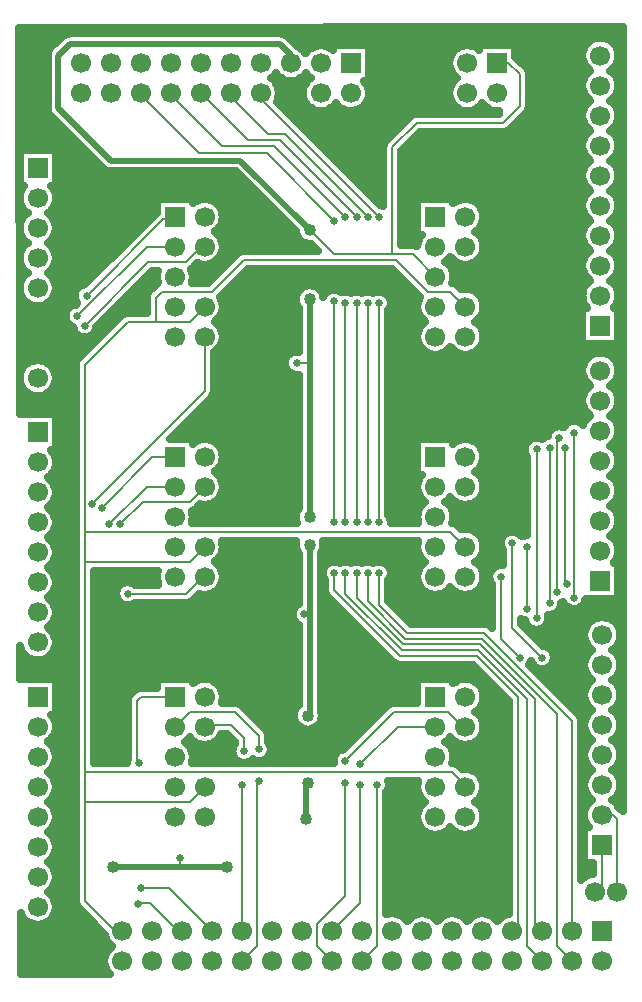
<source format=gbl>
G04 DipTrace 3.0.0.1*
G04 arm_arduino_shield_lay_V9.GBL*
%MOIN*%
G04 #@! TF.FileFunction,Copper,L2,Bot*
G04 #@! TF.Part,Single*
G04 #@! TA.AperFunction,Conductor*
%ADD14C,0.019685*%
%ADD15C,0.008*%
G04 #@! TA.AperFunction,CopperBalancing*
%ADD16C,0.025*%
G04 #@! TA.AperFunction,ComponentPad*
%ADD17R,0.066929X0.066929*%
%ADD18C,0.066929*%
G04 #@! TA.AperFunction,ViaPad*
%ADD20C,0.04*%
%FSLAX26Y26*%
G04*
G70*
G90*
G75*
G01*
G04 Bottom*
%LPD*%
X750295Y850298D2*
D14*
X975319D1*
X1131585D1*
X1394113Y1012815D2*
Y1125327D1*
X1400364Y1131577D1*
Y1356601D2*
X1406614D1*
Y1694136D1*
Y1925411D1*
Y2019171D2*
Y2531724D1*
Y2744247D1*
Y2975521D2*
X1175340Y3206795D1*
X744045D1*
X569026Y3381814D1*
Y3556832D1*
X606530Y3594336D1*
X1306604D1*
X1343963Y3556976D1*
Y3531520D1*
X1825408Y2819276D2*
D15*
X1750421Y2894262D1*
X1681643D1*
X1487873D1*
X1406614Y2975521D1*
X1362860Y2531724D2*
X1406614D1*
X1387862Y1694136D2*
X1406614D1*
X975319Y881551D2*
Y850298D1*
X2031680Y3531829D2*
X2069184D1*
X2106688Y3494325D1*
Y3388064D1*
X2050432Y3331808D1*
X1762902D1*
X1681643Y3250550D1*
Y2894262D1*
X1043963Y3431520D2*
X1199930Y3275552D1*
X1306604D1*
X1562881Y3019276D1*
Y2731745D2*
Y2000419D1*
Y1831651D2*
Y1750129D1*
X1718999Y1594010D1*
X1975249D1*
X2156500Y1412760D1*
Y662992D1*
X2181717Y637776D1*
X1243963Y3431520D2*
Y3413201D1*
X1637888Y3019276D1*
Y2731745D2*
Y2000419D1*
Y1831651D2*
Y1725390D1*
X1731768Y1631510D1*
X1987749D1*
X2281500Y1337760D1*
Y637992D1*
X2281717Y637776D1*
X1143963Y3431520D2*
Y3419441D1*
X1269100Y3294304D1*
X1325356D1*
X1600385Y3019276D1*
Y2731745D2*
Y2000419D1*
Y1831651D2*
Y1737625D1*
X1725249Y1612760D1*
X1981500D1*
X2231499Y1362761D1*
Y587993D1*
X2281717Y537776D1*
X843963Y3431520D2*
X838104D1*
X1037825Y3231798D1*
X1262849D1*
X1487873Y3006774D1*
Y2737996D2*
Y2000419D1*
Y1831651D2*
Y1775136D1*
X1706499Y1556510D1*
X1962749D1*
X2100249Y1419010D1*
Y619243D1*
X2081717Y637776D1*
X2381717Y1025306D2*
X2419231D1*
X2431722Y1012815D1*
Y769039D1*
X2162749Y2244010D2*
Y1681510D1*
X2081500Y1931510D2*
Y1650259D1*
X2181499Y1550260D1*
X2287749Y2300260D2*
Y1750260D1*
X2237749Y2281510D2*
X2231499D1*
Y1769010D1*
X2256499Y2250260D2*
Y1787759D1*
X2262749Y1794009D1*
X2206499Y2250260D2*
Y1731510D1*
X2131499Y1919010D2*
Y1712760D1*
X2043999Y1819010D2*
Y1612761D1*
X2106500Y1550260D1*
X1631499Y1125260D2*
Y587558D1*
X1581717Y537776D1*
X1825249Y1319004D2*
X1700243D1*
X1575249Y1194010D1*
Y1125260D2*
Y731308D1*
X1481717Y637776D1*
X1925249Y1319004D2*
X1919005D1*
X1868999Y1369010D1*
X1687751D1*
X1525249Y1206509D1*
Y1131510D2*
Y756510D1*
X1431499Y662760D1*
Y587993D1*
X1481717Y537776D1*
X1056500Y1319004D2*
Y1325260D1*
X1144000D1*
X1187749Y1281510D1*
Y1237760D1*
X1181500Y1125260D2*
Y637992D1*
X1181717Y637776D1*
X956500Y1319004D2*
X1006507Y1369010D1*
X1156500D1*
X1237749Y1287760D1*
Y1244009D1*
Y1137760D2*
X1231499D1*
Y587558D1*
X1181717Y537776D1*
X956500Y1419004D2*
X843993D1*
X831500Y1406510D1*
Y1206509D1*
X837749Y1200260D1*
X844000Y781509D2*
X937983D1*
X1081717Y637776D1*
X1056500Y1819010D2*
X1037749D1*
Y1806509D1*
X994000Y1762760D1*
X800249D1*
X834625Y728385D2*
X837749Y731510D1*
X875248D1*
X968983Y637776D1*
X981717D1*
X1056500Y2119010D2*
X1006500Y2069010D1*
X850251D1*
X775249Y1994009D1*
X956500Y2119010D2*
X862749D1*
X737749Y1994010D1*
X956500Y2219010D2*
X881500D1*
X712749Y2050260D1*
X1056567Y2619276D2*
Y2437954D1*
X687749Y2069136D1*
Y2056714D1*
X681538Y2062925D1*
X2381717Y925306D2*
Y794042D1*
X2356714Y769039D1*
X1056567Y2919276D2*
X1044265D1*
X994000Y2869010D1*
X869000D1*
X656499Y2656509D1*
X956567Y2919276D2*
X863014D1*
X631499Y2687760D1*
X956567Y3019276D2*
X950051Y3012760D1*
X918999D1*
X662749Y2756510D1*
X943963Y3431520D2*
X938114D1*
X1112833Y3256801D1*
X1287852D1*
X1525377Y3019276D1*
Y2731745D2*
Y2000419D1*
Y1831509D2*
Y1762633D1*
X1712749Y1575260D1*
X1969000D1*
X2131499Y1412761D1*
Y587993D1*
X2181717Y537776D1*
X781717Y637776D2*
X756484D1*
X656499Y737761D1*
Y1069009D1*
Y1169009D1*
Y1869009D1*
Y1969010D1*
Y2525260D1*
X800251Y2669010D1*
X893999D1*
Y2750259D1*
X912751Y2769010D1*
X1081500D1*
X1187749Y2875260D1*
X1693999D1*
X1800248Y2769010D1*
X1875673D1*
X1925408Y2719276D1*
X1056567D2*
Y2719077D1*
X1006500Y2669010D1*
X893999D1*
X1056500Y1919010D2*
X1006499Y1869009D1*
X656499D1*
X1925249Y1919010D2*
X1875249Y1969010D1*
X656499D1*
X1056500Y1119004D2*
X1056495D1*
X1006500Y1069009D1*
X656499D1*
X1925249Y1119004D2*
Y1125259D1*
X1881499Y1169009D1*
X656499D1*
D20*
X750295Y850298D3*
X1131585D3*
X1394113Y1012815D3*
X1400364Y1131577D3*
Y1356601D3*
X1406614Y1925411D3*
Y2019171D3*
Y2744247D3*
Y2975521D3*
D3*
D16*
X1362860Y2531724D3*
X1387862Y1694136D3*
X975319Y881551D3*
X1562881Y3019276D3*
Y2731745D3*
Y2000419D3*
Y1831651D3*
X1637888Y3019276D3*
Y2731745D3*
Y2000419D3*
Y1831651D3*
X1600385Y3019276D3*
Y2731745D3*
Y2000419D3*
Y1831651D3*
X1487873Y3006774D3*
Y2737996D3*
Y2000419D3*
Y1831651D3*
X2162749Y2244010D3*
Y1681510D3*
X2081500Y1931510D3*
X2181499Y1550260D3*
X2287749Y2300260D3*
Y1750260D3*
X2237749Y2281510D3*
X2231499Y1769010D3*
X2256499Y2250260D3*
X2262749Y1794009D3*
X2206499Y2250260D3*
Y1731510D3*
X2131499Y1919010D3*
Y1712760D3*
X2043999Y1819010D3*
X2106500Y1550260D3*
X1631499Y1125260D3*
X1575249Y1194010D3*
Y1125260D3*
X1525249Y1206509D3*
Y1131510D3*
X1187749Y1237760D3*
X1181500Y1125260D3*
X1237749Y1244009D3*
Y1137760D3*
X837749Y1200260D3*
X844000Y781509D3*
X800249Y1762760D3*
X834625Y728385D3*
X775249Y1994009D3*
X737749Y1994010D3*
X712749Y2050260D3*
X681538Y2062925D3*
X656499Y2656509D3*
X631499Y2687760D3*
X662749Y2756510D3*
X1525377Y3019276D3*
Y2731745D3*
Y2000419D3*
Y1831509D3*
X440323Y3625391D2*
X585176D1*
X1327969D2*
X2447724D1*
X440371Y3600522D2*
X558808D1*
X1354287D2*
X2332003D1*
X2418936D2*
X2447724D1*
X440420Y3575654D2*
X535469D1*
X1387051D2*
X1400899D1*
X1606436D2*
X1888252D1*
X2094131D2*
X2316084D1*
X2434854D2*
X2447714D1*
X440469Y3550785D2*
X530196D1*
X1606436D2*
X1872286D1*
X2095840D2*
X2313301D1*
X440518Y3525916D2*
X530196D1*
X1606436D2*
X1869503D1*
X2120743D2*
X2321552D1*
X2429385D2*
X2447703D1*
X440567Y3501047D2*
X530196D1*
X1606436D2*
X1877706D1*
X2138907D2*
X2332588D1*
X2418350D2*
X2447724D1*
X440615Y3476178D2*
X530196D1*
X1286465D2*
X1318379D1*
X1369522D2*
X1401436D1*
X1606436D2*
X1888839D1*
X2139688D2*
X2316231D1*
X2434707D2*
X2447714D1*
X440664Y3451310D2*
X530196D1*
X1303067D2*
X1384883D1*
X1603067D2*
X1872480D1*
X2139688D2*
X2313252D1*
X440713Y3426441D2*
X530196D1*
X1306192D2*
X1381709D1*
X1606192D2*
X1869454D1*
X2139688D2*
X2321211D1*
X2429727D2*
X2447705D1*
X440762Y3401572D2*
X530196D1*
X1301211D2*
X1389522D1*
X1598428D2*
X1877412D1*
X2139688D2*
X2333175D1*
X2417764D2*
X2447724D1*
X440811Y3376703D2*
X530538D1*
X1326064D2*
X1417159D1*
X1470743D2*
X1517159D1*
X1570743D2*
X1905587D1*
X1957755D2*
X2005587D1*
X2137491D2*
X2316427D1*
X2434512D2*
X2447714D1*
X440860Y3351835D2*
X545136D1*
X1350967D2*
X1737324D1*
X2116104D2*
X2313203D1*
X440908Y3326966D2*
X569991D1*
X1375820D2*
X1712423D1*
X2091202D2*
X2320919D1*
X2430020D2*
X2447705D1*
X440958Y3302097D2*
X594844D1*
X1400675D2*
X1687568D1*
X2059804D2*
X2333760D1*
X2417178D2*
X2447724D1*
X441007Y3277228D2*
X619747D1*
X1425576D2*
X1662715D1*
X1753946D2*
X2316622D1*
X2434316D2*
X2447714D1*
X441055Y3252360D2*
X644600D1*
X1450430D2*
X1648702D1*
X1729092D2*
X2313155D1*
X562735Y3227491D2*
X669454D1*
X1475283D2*
X1648652D1*
X1714639D2*
X2320625D1*
X2430312D2*
X2447706D1*
X562735Y3202622D2*
X694356D1*
X1500186D2*
X1648652D1*
X1714639D2*
X2334395D1*
X2416543D2*
X2447724D1*
X562735Y3177753D2*
X719698D1*
X1525039D2*
X1648652D1*
X1714639D2*
X2316816D1*
X2434122D2*
X2447713D1*
X562735Y3152885D2*
X1175362D1*
X1549892D2*
X1648652D1*
X1714639D2*
X2313155D1*
X562735Y3128016D2*
X1200215D1*
X1574795D2*
X1648652D1*
X1714639D2*
X2320332D1*
X2430606D2*
X2447706D1*
X558780Y3103147D2*
X1225118D1*
X1599648D2*
X1648652D1*
X1714639D2*
X2335030D1*
X2415908D2*
X2447724D1*
X562636Y3078278D2*
X894112D1*
X1019034D2*
X1043428D1*
X1069717D2*
X1249971D1*
X1624503D2*
X1648652D1*
X1714639D2*
X1762959D1*
X1887881D2*
X1912276D1*
X1938589D2*
X2317012D1*
X2433927D2*
X2447713D1*
X555606Y3053409D2*
X894112D1*
X1108340D2*
X1274824D1*
X1714639D2*
X1762959D1*
X1977188D2*
X2313106D1*
X441495Y3028541D2*
X460203D1*
X540323D2*
X889180D1*
X1118301D2*
X1299727D1*
X1714639D2*
X1762959D1*
X1987148D2*
X2320039D1*
X2430899D2*
X2447706D1*
X558584Y3003672D2*
X864278D1*
X1116934D2*
X1324580D1*
X1714639D2*
X1762959D1*
X1985782D2*
X2335664D1*
X2415274D2*
X2447724D1*
X562636Y2978803D2*
X839424D1*
X1103311D2*
X1349434D1*
X1714639D2*
X1762959D1*
X1972159D2*
X2317207D1*
X2433731D2*
X2447713D1*
X555850Y2953934D2*
X814571D1*
X1107999D2*
X1362959D1*
X1714639D2*
X1773995D1*
X1976846D2*
X2313056D1*
X441690Y2929066D2*
X460908D1*
X539639D2*
X789668D1*
X1118203D2*
X1402266D1*
X1714639D2*
X1763740D1*
X1987051D2*
X2319795D1*
X2431143D2*
X2447707D1*
X558388Y2904197D2*
X764815D1*
X1117080D2*
X1175655D1*
X1985928D2*
X2336348D1*
X2414591D2*
X2447724D1*
X562686Y2879328D2*
X739961D1*
X1103799D2*
X1146211D1*
X1972598D2*
X2317451D1*
X2433487D2*
X2447711D1*
X556143Y2854459D2*
X715059D1*
X1025088D2*
X1121308D1*
X1876455D2*
X2313056D1*
X441885Y2829591D2*
X461592D1*
X538955D2*
X690206D1*
X875186D2*
X894991D1*
X1018106D2*
X1096455D1*
X1187686D2*
X1694063D1*
X1886954D2*
X2319503D1*
X2431436D2*
X2447707D1*
X558144Y2804722D2*
X665352D1*
X850332D2*
X895919D1*
X1017227D2*
X1071602D1*
X1162832D2*
X1718916D1*
X1886075D2*
X2337031D1*
X2413907D2*
X2447724D1*
X562686Y2779853D2*
X629024D1*
X825479D2*
X877950D1*
X1137979D2*
X1374239D1*
X1439004D2*
X1743770D1*
X1910440D2*
X2317647D1*
X2433291D2*
X2447711D1*
X556387Y2754984D2*
X621308D1*
X800576D2*
X861396D1*
X1113076D2*
X1358858D1*
X1671719D2*
X1768672D1*
X1976064D2*
X2313056D1*
X442080Y2730115D2*
X467354D1*
X533194D2*
X628243D1*
X775723D2*
X861007D1*
X1118056D2*
X1359835D1*
X1679336D2*
X1763936D1*
X1986856D2*
X2319259D1*
X2431680D2*
X2447709D1*
X442129Y2705247D2*
X594160D1*
X750870D2*
X861007D1*
X1117374D2*
X1367793D1*
X1670888D2*
X1764619D1*
X1986220D2*
X2313008D1*
X442178Y2680378D2*
X590694D1*
X725967D2*
X765987D1*
X1104678D2*
X1367793D1*
X1670888D2*
X1777266D1*
X1973526D2*
X2313008D1*
X442227Y2655509D2*
X607100D1*
X701114D2*
X741133D1*
X1106827D2*
X1367793D1*
X1670888D2*
X1775118D1*
X1975675D2*
X2313008D1*
X442276Y2630640D2*
X624824D1*
X688175D2*
X716280D1*
X1117959D2*
X1367793D1*
X1670888D2*
X1764034D1*
X1986759D2*
X2313008D1*
X442324Y2605772D2*
X691377D1*
X1117471D2*
X1367793D1*
X1670888D2*
X1764472D1*
X1986319D2*
X2313008D1*
X442374Y2580903D2*
X666524D1*
X1105118D2*
X1367793D1*
X1670888D2*
X1776827D1*
X1973965D2*
X2447724D1*
X442423Y2556034D2*
X641671D1*
X1089541D2*
X1329854D1*
X1670888D2*
X2338984D1*
X2411954D2*
X2447724D1*
X442471Y2531165D2*
X463740D1*
X536807D2*
X624092D1*
X1089541D2*
X1321358D1*
X1670888D2*
X2318232D1*
X2432656D2*
X2447710D1*
X557510Y2506297D2*
X623507D1*
X1089541D2*
X1330782D1*
X1670888D2*
X2313008D1*
X562735Y2481428D2*
X623507D1*
X1089541D2*
X1367793D1*
X1670888D2*
X2318575D1*
X2432364D2*
X2447710D1*
X557168Y2456559D2*
X623507D1*
X1089541D2*
X1367793D1*
X1670888D2*
X2339766D1*
X2411172D2*
X2447724D1*
X442667Y2431690D2*
X464815D1*
X535684D2*
X623507D1*
X1088907D2*
X1367793D1*
X1670888D2*
X2318476D1*
X2432461D2*
X2447710D1*
X442715Y2406822D2*
X623507D1*
X1071035D2*
X1367793D1*
X1670888D2*
X2313008D1*
X442764Y2381953D2*
X623507D1*
X1046182D2*
X1367793D1*
X1670888D2*
X2318331D1*
X2432608D2*
X2447710D1*
X562735Y2357084D2*
X623507D1*
X1021328D2*
X1367793D1*
X1670888D2*
X2339228D1*
X2411709D2*
X2447724D1*
X562735Y2332215D2*
X623507D1*
X996427D2*
X1367793D1*
X1670888D2*
X2262911D1*
X2432217D2*
X2447709D1*
X562735Y2307346D2*
X623507D1*
X971572D2*
X1367793D1*
X1670888D2*
X2206026D1*
X562735Y2282478D2*
X623507D1*
X946719D2*
X1367793D1*
X1670888D2*
X2153877D1*
X2432852D2*
X2447710D1*
X562735Y2257609D2*
X623507D1*
X1104874D2*
X1367793D1*
X1670888D2*
X1762812D1*
X1973623D2*
X2123702D1*
X2412442D2*
X2447724D1*
X553311Y2232740D2*
X623507D1*
X1117374D2*
X1367793D1*
X1670888D2*
X1762812D1*
X1986123D2*
X2122920D1*
X2431924D2*
X2447709D1*
X562247Y2207871D2*
X623507D1*
X1117911D2*
X1367793D1*
X1670888D2*
X1762812D1*
X1986660D2*
X2129756D1*
X560147Y2183003D2*
X623507D1*
X1106924D2*
X1367793D1*
X1670888D2*
X1762812D1*
X1975675D2*
X2129756D1*
X2433047D2*
X2447711D1*
X545255Y2158134D2*
X623507D1*
X1104434D2*
X1367793D1*
X1670888D2*
X1777315D1*
X1973184D2*
X2129756D1*
X2413175D2*
X2447724D1*
X552969Y2133265D2*
X623507D1*
X1117227D2*
X1367793D1*
X1670888D2*
X1764522D1*
X1985976D2*
X2129756D1*
X2431680D2*
X2447709D1*
X562198Y2108396D2*
X623507D1*
X1118008D2*
X1367793D1*
X1670888D2*
X1763740D1*
X1986759D2*
X2129756D1*
X560293Y2083528D2*
X623507D1*
X1107315D2*
X1367793D1*
X1670888D2*
X1774434D1*
X1976064D2*
X2129756D1*
X2433291D2*
X2447711D1*
X545743Y2058659D2*
X623507D1*
X1041787D2*
X1367793D1*
X1670888D2*
X1777755D1*
X1872744D2*
X2129756D1*
X2413907D2*
X2447724D1*
X552627Y2033790D2*
X623507D1*
X1017129D2*
X1359980D1*
X1670888D2*
X1764619D1*
X1885879D2*
X2129756D1*
X2431436D2*
X2447707D1*
X562148Y2008921D2*
X623507D1*
X1018106D2*
X1358760D1*
X1678458D2*
X1763643D1*
X1886856D2*
X2129756D1*
X560440Y1984052D2*
X623507D1*
X1905850D2*
X2129756D1*
X2433487D2*
X2447711D1*
X546280Y1959184D2*
X623507D1*
X1972256D2*
X2051534D1*
X2111465D2*
X2129756D1*
X2414591D2*
X2447724D1*
X552236Y1934315D2*
X623507D1*
X1116983D2*
X1358467D1*
X1454727D2*
X1764766D1*
X1985732D2*
X2040108D1*
X2431143D2*
X2447707D1*
X562051Y1909446D2*
X623507D1*
X1118203D2*
X1360469D1*
X1452774D2*
X1763545D1*
X1986954D2*
X2046846D1*
X560587Y1884577D2*
X623507D1*
X1108096D2*
X1367793D1*
X1445450D2*
X1773652D1*
X1976846D2*
X2048507D1*
X2433731D2*
X2447713D1*
X546768Y1859709D2*
X623507D1*
X1103018D2*
X1367793D1*
X1445450D2*
X1458277D1*
X1667471D2*
X1778731D1*
X1971768D2*
X2048507D1*
X551895Y1834840D2*
X623507D1*
X689492D2*
X896163D1*
X1116836D2*
X1367793D1*
X1679239D2*
X1764912D1*
X1985587D2*
X2005879D1*
X561954Y1809971D2*
X623507D1*
X689492D2*
X894747D1*
X1118252D2*
X1367793D1*
X1672793D2*
X1763496D1*
X1987003D2*
X2003584D1*
X560732Y1785102D2*
X623507D1*
X689492D2*
X765791D1*
X1108438D2*
X1367793D1*
X1670888D2*
X1773311D1*
X1977188D2*
X2011007D1*
X547256Y1760234D2*
X623507D1*
X689492D2*
X758858D1*
X1070840D2*
X1367793D1*
X1445450D2*
X1458741D1*
X1670888D2*
X1810908D1*
X1839631D2*
X1910908D1*
X1939631D2*
X2011007D1*
X551504Y1735365D2*
X623507D1*
X689492D2*
X769991D1*
X1009903D2*
X1367793D1*
X1445450D2*
X1482003D1*
X1673526D2*
X2011007D1*
X2326260D2*
X2447724D1*
X561904Y1710496D2*
X623507D1*
X689492D2*
X1349971D1*
X1445450D2*
X1506904D1*
X1698428D2*
X2011007D1*
X2241836D2*
X2447724D1*
X560879Y1685627D2*
X623507D1*
X689492D2*
X1347286D1*
X1445450D2*
X1531759D1*
X1723282D2*
X2011007D1*
X2204043D2*
X2447724D1*
X547696Y1660759D2*
X623507D1*
X689492D2*
X1365206D1*
X1445450D2*
X1556612D1*
X2198282D2*
X2330879D1*
X2432559D2*
X2447710D1*
X551114Y1635890D2*
X623507D1*
X689492D2*
X1367793D1*
X1445450D2*
X1581514D1*
X2141495D2*
X2320186D1*
X561807Y1611021D2*
X623507D1*
X689492D2*
X1367793D1*
X1445450D2*
X1606367D1*
X2166348D2*
X2320967D1*
X560976Y1586152D2*
X623507D1*
X689492D2*
X1367793D1*
X1445450D2*
X1631220D1*
X2199259D2*
X2333808D1*
X2429629D2*
X2447705D1*
X548184Y1561283D2*
X623507D1*
X689492D2*
X1367793D1*
X1445450D2*
X1656123D1*
X2221377D2*
X2331270D1*
X2432168D2*
X2447709D1*
X444424Y1536415D2*
X623507D1*
X689492D2*
X1367793D1*
X1445450D2*
X1680976D1*
X2220450D2*
X2320283D1*
X444472Y1511546D2*
X623507D1*
X689492D2*
X1367793D1*
X1445450D2*
X1962080D1*
X2153360D2*
X2320870D1*
X444522Y1486677D2*
X623507D1*
X689492D2*
X1367793D1*
X1445450D2*
X1986983D1*
X2178213D2*
X2333370D1*
X2430068D2*
X2447705D1*
X562735Y1461808D2*
X623507D1*
X689492D2*
X894063D1*
X1100967D2*
X1367793D1*
X1445450D2*
X1762812D1*
X1969717D2*
X2011836D1*
X2203067D2*
X2331660D1*
X2431778D2*
X2447709D1*
X562735Y1436940D2*
X623507D1*
X689492D2*
X816328D1*
X1116202D2*
X1367793D1*
X1445450D2*
X1762812D1*
X1984951D2*
X2036690D1*
X2227920D2*
X2320381D1*
X562735Y1412071D2*
X623507D1*
X689492D2*
X799043D1*
X1118545D2*
X1367793D1*
X1445450D2*
X1762812D1*
X1987295D2*
X2061543D1*
X2252823D2*
X2320723D1*
X562735Y1387202D2*
X623507D1*
X689492D2*
X798507D1*
X1183927D2*
X1362862D1*
X1445450D2*
X1660323D1*
X1978555D2*
X2067256D1*
X2277676D2*
X2332930D1*
X2430508D2*
X2447706D1*
X562735Y1362333D2*
X623507D1*
X689492D2*
X798507D1*
X1208780D2*
X1351728D1*
X1449014D2*
X1635469D1*
X1969180D2*
X2067256D1*
X2302530D2*
X2332051D1*
X2431387D2*
X2447707D1*
X559854Y1337465D2*
X623507D1*
X689492D2*
X798507D1*
X1233682D2*
X1355488D1*
X1445255D2*
X1610567D1*
X1984804D2*
X2067256D1*
X562392Y1312596D2*
X623507D1*
X689492D2*
X798507D1*
X1258535D2*
X1382881D1*
X1417862D2*
X1585713D1*
X1987344D2*
X2067256D1*
X553848Y1287727D2*
X623507D1*
X689492D2*
X798507D1*
X1110147D2*
X1135908D1*
X1270743D2*
X1560860D1*
X1978896D2*
X2067256D1*
X2314492D2*
X2332491D1*
X2430948D2*
X2447707D1*
X543790Y1262858D2*
X623507D1*
X689492D2*
X798507D1*
X999892D2*
X1032979D1*
X1080020D2*
X1154756D1*
X1274404D2*
X1535958D1*
X1868643D2*
X1901728D1*
X1948770D2*
X2067256D1*
X2314492D2*
X2332491D1*
X2430948D2*
X2447707D1*
X559659Y1237990D2*
X623507D1*
X689492D2*
X798507D1*
X1015860D2*
X1146260D1*
X1278751D2*
X1499727D1*
X1884610D2*
X2067256D1*
X562442Y1213121D2*
X623507D1*
X689492D2*
X798458D1*
X1018692D2*
X1155049D1*
X1264052D2*
X1484346D1*
X1887392D2*
X2067256D1*
X554190Y1188252D2*
X623507D1*
X1907900D2*
X2067256D1*
X2314492D2*
X2332100D1*
X2431339D2*
X2447707D1*
X543203Y1163383D2*
X623507D1*
X1968056D2*
X2067256D1*
X2314492D2*
X2332881D1*
X2430508D2*
X2447706D1*
X559512Y1138514D2*
X623507D1*
X1670644D2*
X1766035D1*
X1984463D2*
X2067256D1*
X562491Y1113646D2*
X623507D1*
X1671231D2*
X1763056D1*
X1987442D2*
X2067256D1*
X554483Y1088777D2*
X623507D1*
X1664492D2*
X1770967D1*
X1979531D2*
X2067256D1*
X2314492D2*
X2331660D1*
X2431778D2*
X2447709D1*
X542618Y1063908D2*
X623507D1*
X1664492D2*
X1783028D1*
X1967471D2*
X2067256D1*
X2314492D2*
X2333320D1*
X2430118D2*
X2447705D1*
X559316Y1039039D2*
X623507D1*
X1664492D2*
X1766231D1*
X1984268D2*
X2067256D1*
X562539Y1014171D2*
X623507D1*
X1664492D2*
X1763008D1*
X1987491D2*
X2067256D1*
X554776Y989302D2*
X623507D1*
X1664492D2*
X1770675D1*
X1979824D2*
X2067256D1*
X2314492D2*
X2331270D1*
X542031Y964433D2*
X623507D1*
X1664492D2*
X1797920D1*
X1852579D2*
X1897920D1*
X1952579D2*
X2067256D1*
X559122Y939564D2*
X623507D1*
X1664492D2*
X2067256D1*
X562539Y914696D2*
X623507D1*
X1664492D2*
X2067256D1*
X555068Y889827D2*
X623507D1*
X1664492D2*
X2067256D1*
X541396Y864958D2*
X623507D1*
X1664492D2*
X2067256D1*
X2314492D2*
X2348702D1*
X558927Y840089D2*
X623507D1*
X1664492D2*
X2067256D1*
X2314492D2*
X2348702D1*
X562588Y815220D2*
X623507D1*
X1664492D2*
X2067256D1*
X555362Y790352D2*
X623507D1*
X1664492D2*
X2067256D1*
X540762Y765483D2*
X623507D1*
X1664492D2*
X2067256D1*
X558731Y740614D2*
X623507D1*
X1664492D2*
X2067256D1*
X562636Y715745D2*
X632881D1*
X1664492D2*
X2067256D1*
X555655Y690877D2*
X657783D1*
X1712051D2*
X1751387D1*
X1812051D2*
X1851387D1*
X1912051D2*
X1951387D1*
X2012051D2*
X2051387D1*
X446133Y666008D2*
X469942D1*
X530606D2*
X682636D1*
X446182Y641139D2*
X707491D1*
X446231Y616270D2*
X723262D1*
X446280Y591402D2*
X741231D1*
X446328Y566533D2*
X726583D1*
X446377Y541664D2*
X719404D1*
X446427Y516795D2*
X723067D1*
X452815Y2360407D2*
X560228D1*
Y2240493D1*
X544848D1*
X548778Y2235692D1*
X553693Y2227669D1*
X557294Y2218978D1*
X559491Y2209829D1*
X560228Y2200450D1*
X559491Y2191071D1*
X557294Y2181923D1*
X553693Y2173231D1*
X548778Y2165209D1*
X542668Y2158054D1*
X535513Y2151944D1*
X533327Y2150483D1*
X539210Y2146042D1*
X545864Y2139388D1*
X551394Y2131777D1*
X555664Y2123395D1*
X558572Y2114446D1*
X560043Y2105155D1*
Y2095745D1*
X558572Y2086454D1*
X555664Y2077505D1*
X551394Y2069123D1*
X545864Y2061512D1*
X539210Y2054858D1*
X533327Y2050483D1*
X539210Y2046042D1*
X545864Y2039388D1*
X551394Y2031777D1*
X555664Y2023395D1*
X558572Y2014446D1*
X560043Y2005155D1*
Y1995745D1*
X558572Y1986454D1*
X555664Y1977505D1*
X551394Y1969123D1*
X545864Y1961512D1*
X539210Y1954858D1*
X533327Y1950483D1*
X539210Y1946042D1*
X545864Y1939388D1*
X551394Y1931777D1*
X555664Y1923395D1*
X558572Y1914446D1*
X560043Y1905155D1*
Y1895745D1*
X558572Y1886454D1*
X555664Y1877505D1*
X551394Y1869123D1*
X545864Y1861512D1*
X539210Y1854858D1*
X533327Y1850483D1*
X539210Y1846042D1*
X545864Y1839388D1*
X551394Y1831777D1*
X555664Y1823395D1*
X558572Y1814446D1*
X560043Y1805155D1*
Y1795745D1*
X558572Y1786454D1*
X555664Y1777505D1*
X551394Y1769123D1*
X545864Y1761512D1*
X539210Y1754858D1*
X533327Y1750483D1*
X539210Y1746042D1*
X545864Y1739388D1*
X551394Y1731777D1*
X555664Y1723395D1*
X558572Y1714446D1*
X560043Y1705155D1*
Y1695745D1*
X558572Y1686454D1*
X555664Y1677505D1*
X551394Y1669123D1*
X545864Y1661512D1*
X539210Y1654858D1*
X533327Y1650483D1*
X539210Y1646042D1*
X545864Y1639388D1*
X551394Y1631777D1*
X555664Y1623395D1*
X558572Y1614446D1*
X560043Y1605155D1*
Y1595745D1*
X558572Y1586454D1*
X555664Y1577505D1*
X551394Y1569123D1*
X545864Y1561512D1*
X539210Y1554858D1*
X531598Y1549328D1*
X523217Y1545058D1*
X514268Y1542150D1*
X504976Y1540678D1*
X495567D1*
X486276Y1542150D1*
X477327Y1545058D1*
X468945Y1549328D1*
X461333Y1554858D1*
X454680Y1561512D1*
X449150Y1569123D1*
X444879Y1577505D1*
X441824Y1587193D1*
X442041Y1479049D1*
X560226Y1479064D1*
Y1359151D1*
X544845D1*
X548776Y1354349D1*
X553690Y1346327D1*
X557291Y1337635D1*
X559488Y1328487D1*
X560226Y1319108D1*
X559488Y1309728D1*
X557291Y1300580D1*
X553690Y1291888D1*
X548776Y1283866D1*
X542665Y1276711D1*
X535510Y1270601D1*
X533324Y1269140D1*
X539207Y1264699D1*
X545861Y1258046D1*
X551391Y1250434D1*
X555661Y1242052D1*
X558570Y1233104D1*
X560041Y1223812D1*
Y1214403D1*
X558570Y1205112D1*
X555661Y1196163D1*
X551391Y1187781D1*
X545861Y1180169D1*
X539207Y1173516D1*
X533324Y1169140D1*
X539207Y1164699D1*
X545861Y1158046D1*
X551391Y1150434D1*
X555661Y1142052D1*
X558570Y1133104D1*
X560041Y1123812D1*
Y1114403D1*
X558570Y1105112D1*
X555661Y1096163D1*
X551391Y1087781D1*
X545861Y1080169D1*
X539207Y1073516D1*
X533324Y1069140D1*
X539207Y1064699D1*
X545861Y1058046D1*
X551391Y1050434D1*
X555661Y1042052D1*
X558570Y1033104D1*
X560041Y1023812D1*
Y1014403D1*
X558570Y1005112D1*
X555661Y996163D1*
X551391Y987781D1*
X545861Y980169D1*
X539207Y973516D1*
X533324Y969140D1*
X539207Y964699D1*
X545861Y958046D1*
X551391Y950434D1*
X555661Y942052D1*
X558570Y933104D1*
X560041Y923812D1*
Y914403D1*
X558570Y905112D1*
X555661Y896163D1*
X551391Y887781D1*
X545861Y880169D1*
X539207Y873516D1*
X533324Y869140D1*
X539207Y864699D1*
X545861Y858046D1*
X551391Y850434D1*
X555661Y842052D1*
X558570Y833104D1*
X560041Y823812D1*
Y814403D1*
X558570Y805112D1*
X555661Y796163D1*
X551391Y787781D1*
X545861Y780169D1*
X539207Y773516D1*
X533324Y769140D1*
X539207Y764699D1*
X545861Y758046D1*
X551391Y750434D1*
X555661Y742052D1*
X558570Y733104D1*
X560041Y723812D1*
Y714403D1*
X558570Y705112D1*
X555661Y696163D1*
X551391Y687781D1*
X545861Y680169D1*
X539207Y673516D1*
X531596Y667986D1*
X523214Y663715D1*
X514265Y660807D1*
X504974Y659336D1*
X495564D1*
X486273Y660807D1*
X477324Y663715D1*
X468942Y667986D1*
X461331Y673516D1*
X454677Y680169D1*
X449147Y687781D1*
X444877Y696163D1*
X443571Y699699D1*
X444000Y494009D1*
X740728D1*
X736125Y498837D1*
X730594Y506449D1*
X726324Y514831D1*
X723416Y523780D1*
X721945Y533071D1*
Y542480D1*
X723416Y551772D1*
X726324Y560720D1*
X730594Y569102D1*
X736125Y576714D1*
X742778Y583367D1*
X748661Y587743D1*
X742778Y592184D1*
X736125Y598837D1*
X730594Y606449D1*
X726324Y614831D1*
X723416Y623780D1*
X722466Y628671D1*
X633312Y717958D1*
X629329Y723919D1*
X626849Y730643D1*
X626007Y737761D1*
X626101Y2527652D1*
X627499Y2534682D1*
X630500Y2541192D1*
X634937Y2546822D1*
X780448Y2692197D1*
X786408Y2696180D1*
X793133Y2698660D1*
X800251Y2699503D1*
X863483D1*
X863601Y2752651D1*
X864999Y2759681D1*
X868000Y2766190D1*
X872437Y2771820D1*
X892948Y2792197D1*
X898916Y2796184D1*
X899545Y2800748D1*
X897348Y2809896D1*
X896610Y2819276D1*
X897348Y2828655D1*
X899806Y2838510D1*
X881647Y2838518D1*
X695244Y2652131D1*
X693583Y2644459D1*
X691241Y2638807D1*
X688045Y2633591D1*
X684071Y2628937D1*
X679417Y2624963D1*
X674201Y2621766D1*
X668549Y2619425D1*
X662598Y2617997D1*
X656499Y2617517D1*
X650399Y2617997D1*
X644449Y2619425D1*
X638797Y2621766D1*
X633580Y2624963D1*
X628927Y2628937D1*
X624953Y2633591D1*
X621756Y2638807D1*
X619415Y2644459D1*
X617890Y2651228D1*
X611126Y2654513D1*
X606176Y2658110D1*
X601849Y2662437D1*
X598252Y2667387D1*
X595475Y2672839D1*
X593584Y2678657D1*
X592627Y2684701D1*
Y2690819D1*
X593584Y2696862D1*
X595475Y2702681D1*
X598252Y2708133D1*
X601849Y2713083D1*
X606176Y2717409D1*
X611126Y2721007D1*
X616577Y2723783D1*
X622396Y2725675D1*
X627097Y2726472D1*
X632483Y2731867D1*
X628007Y2738808D1*
X625665Y2744461D1*
X624238Y2750411D1*
X623757Y2756510D1*
X624238Y2762610D1*
X625665Y2768560D1*
X628007Y2774213D1*
X631203Y2779429D1*
X635177Y2784083D1*
X639831Y2788056D1*
X645047Y2791253D1*
X650699Y2793594D1*
X658348Y2795223D1*
X896581Y3033466D1*
X896610Y3079232D1*
X1016524D1*
Y3063852D1*
X1021325Y3067782D1*
X1029348Y3072697D1*
X1038039Y3076298D1*
X1047188Y3078495D1*
X1056567Y3079232D1*
X1065946Y3078495D1*
X1075094Y3076298D1*
X1083786Y3072697D1*
X1091808Y3067782D1*
X1098963Y3061672D1*
X1105073Y3054517D1*
X1109988Y3046495D1*
X1113589Y3037803D1*
X1115786Y3028655D1*
X1116524Y3019276D1*
X1115786Y3009896D1*
X1113589Y3000748D1*
X1109988Y2992056D1*
X1105073Y2984034D1*
X1098963Y2976879D1*
X1091808Y2970769D1*
X1089622Y2969308D1*
X1095505Y2964867D1*
X1102159Y2958214D1*
X1107689Y2950602D1*
X1111959Y2942220D1*
X1114867Y2933272D1*
X1116339Y2923980D1*
Y2914571D1*
X1114867Y2905280D1*
X1111959Y2896331D1*
X1107689Y2887949D1*
X1102159Y2880337D1*
X1095505Y2873684D1*
X1087894Y2868154D1*
X1079512Y2863883D1*
X1070563Y2860975D1*
X1061272Y2859504D1*
X1051862D1*
X1042571Y2860975D1*
X1033622Y2863883D1*
X1032504Y2864399D1*
X1013803Y2845824D1*
X1011915Y2844336D1*
X1011959Y2842220D1*
X1014867Y2833272D1*
X1016339Y2823980D1*
Y2814571D1*
X1014867Y2805280D1*
X1013125Y2799488D1*
X1068854Y2799503D1*
X1167946Y2898446D1*
X1173907Y2902429D1*
X1180631Y2904909D1*
X1187749Y2905752D1*
X1433306D1*
X1409861Y2929152D1*
X1402966Y2929172D1*
X1395761Y2930314D1*
X1388823Y2932568D1*
X1382322Y2935881D1*
X1376420Y2940168D1*
X1371261Y2945327D1*
X1366974Y2951228D1*
X1363661Y2957730D1*
X1361407Y2964668D1*
X1360451Y2970302D1*
X1160261Y3170488D1*
X741194Y3170572D1*
X735563Y3171465D1*
X730140Y3173227D1*
X725060Y3175815D1*
X720448Y3179167D1*
X621125Y3278329D1*
X541398Y3358217D1*
X538046Y3362829D1*
X535458Y3367909D1*
X533696Y3373332D1*
X532803Y3378963D1*
X532692Y3519314D1*
X532803Y3559682D1*
X533696Y3565314D1*
X535458Y3570736D1*
X538046Y3575816D1*
X541398Y3580429D1*
X580837Y3620029D1*
X585173Y3623731D1*
X590034Y3626710D1*
X595302Y3628892D1*
X600846Y3630223D1*
X606530Y3630671D1*
X1309454Y3630559D1*
X1315085Y3629667D1*
X1320508Y3627906D1*
X1325588Y3625316D1*
X1330201Y3621965D1*
X1364441Y3587885D1*
X1371182Y3584941D1*
X1379205Y3580026D1*
X1386360Y3573916D1*
X1392470Y3566761D1*
X1393930Y3564575D1*
X1398371Y3570458D1*
X1405025Y3577112D1*
X1412636Y3582642D1*
X1421018Y3586912D1*
X1429967Y3589820D1*
X1439259Y3591291D1*
X1448668D1*
X1457959Y3589820D1*
X1466908Y3586912D1*
X1475290Y3582642D1*
X1482902Y3577112D1*
X1483996Y3576100D1*
X1484007Y3591476D1*
X1603920D1*
Y3471563D1*
X1588539D1*
X1592470Y3466761D1*
X1597385Y3458739D1*
X1600986Y3450047D1*
X1603182Y3440899D1*
X1603920Y3431520D1*
X1603182Y3422140D1*
X1600986Y3412992D1*
X1597385Y3404301D1*
X1592470Y3396278D1*
X1586360Y3389123D1*
X1579205Y3383013D1*
X1571182Y3378098D1*
X1562491Y3374497D1*
X1553343Y3372301D1*
X1543963Y3371563D1*
X1534584Y3372301D1*
X1525436Y3374497D1*
X1516744Y3378098D1*
X1508722Y3383013D1*
X1501567Y3389123D1*
X1495457Y3396278D1*
X1493996Y3398465D1*
X1489555Y3392581D1*
X1482902Y3385928D1*
X1475290Y3380398D1*
X1466908Y3376127D1*
X1457959Y3373219D1*
X1448668Y3371748D1*
X1439259D1*
X1429967Y3373219D1*
X1421018Y3376127D1*
X1412636Y3380398D1*
X1405025Y3385928D1*
X1398371Y3392581D1*
X1392841Y3400193D1*
X1388571Y3408575D1*
X1385663Y3417524D1*
X1384192Y3426815D1*
Y3436224D1*
X1385663Y3445516D1*
X1388571Y3454465D1*
X1392841Y3462846D1*
X1398371Y3470458D1*
X1405025Y3477112D1*
X1410908Y3481487D1*
X1405025Y3485928D1*
X1398371Y3492581D1*
X1393996Y3498465D1*
X1389555Y3492581D1*
X1382902Y3485928D1*
X1375290Y3480398D1*
X1366908Y3476127D1*
X1357959Y3473219D1*
X1348668Y3471748D1*
X1339259D1*
X1329967Y3473219D1*
X1321018Y3476127D1*
X1312636Y3480398D1*
X1305025Y3485928D1*
X1298371Y3492581D1*
X1293996Y3498465D1*
X1289555Y3492581D1*
X1282902Y3485928D1*
X1277018Y3481552D1*
X1282902Y3477112D1*
X1289555Y3470458D1*
X1295085Y3462846D1*
X1299356Y3454465D1*
X1302264Y3445516D1*
X1303735Y3436224D1*
Y3426815D1*
X1302264Y3417524D1*
X1299356Y3408575D1*
X1296891Y3403417D1*
X1642245Y3058041D1*
X1649938Y3056360D1*
X1651160Y3055908D1*
X1651245Y3252942D1*
X1652643Y3259972D1*
X1655644Y3266482D1*
X1660081Y3272112D1*
X1743098Y3354995D1*
X1749059Y3358978D1*
X1755783Y3361458D1*
X1762902Y3362301D1*
X2037755D1*
X2036385Y3372058D1*
X2026975D1*
X2017684Y3373529D1*
X2008735Y3376437D1*
X2000353Y3380707D1*
X1992741Y3386238D1*
X1986088Y3392891D1*
X1981713Y3398774D1*
X1977272Y3392891D1*
X1970618Y3386238D1*
X1963007Y3380707D1*
X1954625Y3376437D1*
X1945676Y3373529D1*
X1936385Y3372058D1*
X1926975D1*
X1917684Y3373529D1*
X1908735Y3376437D1*
X1900353Y3380707D1*
X1892741Y3386238D1*
X1886088Y3392891D1*
X1880558Y3400503D1*
X1876287Y3408885D1*
X1873379Y3417833D1*
X1871908Y3427125D1*
Y3436534D1*
X1873379Y3445825D1*
X1876287Y3454774D1*
X1880558Y3463156D1*
X1886088Y3470768D1*
X1892741Y3477421D1*
X1898625Y3481797D1*
X1892741Y3486238D1*
X1886088Y3492891D1*
X1880558Y3500503D1*
X1876287Y3508885D1*
X1873379Y3517833D1*
X1871908Y3527125D1*
Y3536534D1*
X1873379Y3545825D1*
X1876287Y3554774D1*
X1880558Y3563156D1*
X1886088Y3570768D1*
X1892741Y3577421D1*
X1900353Y3582951D1*
X1908735Y3587222D1*
X1917684Y3590130D1*
X1926975Y3591601D1*
X1936385D1*
X1945676Y3590130D1*
X1954625Y3587222D1*
X1963007Y3582951D1*
X1970618Y3577421D1*
X1971713Y3576409D1*
X1971723Y3591786D1*
X2091636D1*
Y3552479D1*
X2129874Y3514129D1*
X2133857Y3508169D1*
X2136337Y3501444D1*
X2137180Y3494316D1*
X2137085Y3385672D1*
X2135688Y3378642D1*
X2132686Y3372133D1*
X2128249Y3366503D1*
X2070235Y3308622D1*
X2064274Y3304639D1*
X2057550Y3302159D1*
X2050432Y3301316D1*
X1775579D1*
X1712130Y3237913D1*
X1712135Y2924719D1*
X1752814Y2924660D1*
X1759844Y2923262D1*
X1764273Y2921427D1*
X1765636Y2923980D1*
X1767108Y2933272D1*
X1770016Y2942220D1*
X1774286Y2950602D1*
X1779816Y2958214D1*
X1780828Y2959308D1*
X1765451Y2959319D1*
Y3079232D1*
X1885365D1*
Y3063852D1*
X1890167Y3067782D1*
X1898189Y3072697D1*
X1906881Y3076298D1*
X1916029Y3078495D1*
X1925408Y3079232D1*
X1934787Y3078495D1*
X1943936Y3076298D1*
X1952627Y3072697D1*
X1960650Y3067782D1*
X1967804Y3061672D1*
X1973915Y3054517D1*
X1978829Y3046495D1*
X1982430Y3037803D1*
X1984627Y3028655D1*
X1985365Y3019276D1*
X1984627Y3009896D1*
X1982430Y3000748D1*
X1978829Y2992056D1*
X1973915Y2984034D1*
X1967804Y2976879D1*
X1960650Y2970769D1*
X1958463Y2969308D1*
X1964346Y2964867D1*
X1971000Y2958214D1*
X1976530Y2950602D1*
X1980801Y2942220D1*
X1983709Y2933272D1*
X1985180Y2923980D1*
Y2914571D1*
X1983709Y2905280D1*
X1980801Y2896331D1*
X1976530Y2887949D1*
X1971000Y2880337D1*
X1964346Y2873684D1*
X1956735Y2868154D1*
X1948353Y2863883D1*
X1939404Y2860975D1*
X1930113Y2859504D1*
X1920703D1*
X1911412Y2860975D1*
X1902463Y2863883D1*
X1894081Y2868154D1*
X1886470Y2873684D1*
X1879816Y2880337D1*
X1875441Y2886220D1*
X1871000Y2880337D1*
X1864346Y2873684D1*
X1858463Y2869308D1*
X1864346Y2864867D1*
X1871000Y2858214D1*
X1876530Y2850602D1*
X1880801Y2842220D1*
X1883709Y2833272D1*
X1885180Y2823980D1*
Y2814571D1*
X1883709Y2805280D1*
X1881749Y2798902D1*
X1887343Y2797181D1*
X1893596Y2793680D1*
X1897235Y2790572D1*
X1910458Y2777348D1*
X1920703Y2779047D1*
X1930113D1*
X1939404Y2777576D1*
X1948353Y2774668D1*
X1956735Y2770398D1*
X1964346Y2764867D1*
X1971000Y2758214D1*
X1976530Y2750602D1*
X1980801Y2742220D1*
X1983709Y2733272D1*
X1985180Y2723980D1*
Y2714571D1*
X1983709Y2705280D1*
X1980801Y2696331D1*
X1976530Y2687949D1*
X1971000Y2680337D1*
X1964346Y2673684D1*
X1958463Y2669308D1*
X1964346Y2664867D1*
X1971000Y2658214D1*
X1976530Y2650602D1*
X1980801Y2642220D1*
X1983709Y2633272D1*
X1985180Y2623980D1*
Y2614571D1*
X1983709Y2605280D1*
X1980801Y2596331D1*
X1976530Y2587949D1*
X1971000Y2580337D1*
X1964346Y2573684D1*
X1956735Y2568154D1*
X1948353Y2563883D1*
X1939404Y2560975D1*
X1930113Y2559504D1*
X1920703D1*
X1911412Y2560975D1*
X1902463Y2563883D1*
X1894081Y2568154D1*
X1886470Y2573684D1*
X1879816Y2580337D1*
X1875441Y2586220D1*
X1871000Y2580337D1*
X1864346Y2573684D1*
X1856735Y2568154D1*
X1848353Y2563883D1*
X1839404Y2560975D1*
X1830113Y2559504D1*
X1820703D1*
X1811412Y2560975D1*
X1802463Y2563883D1*
X1794081Y2568154D1*
X1786470Y2573684D1*
X1779816Y2580337D1*
X1774286Y2587949D1*
X1770016Y2596331D1*
X1767108Y2605280D1*
X1765636Y2614571D1*
Y2623980D1*
X1767108Y2633272D1*
X1770016Y2642220D1*
X1774286Y2650602D1*
X1779816Y2658214D1*
X1786470Y2664867D1*
X1792353Y2669243D1*
X1786470Y2673684D1*
X1779816Y2680337D1*
X1774286Y2687949D1*
X1770016Y2696331D1*
X1767108Y2705280D1*
X1765636Y2714571D1*
Y2723980D1*
X1767108Y2733272D1*
X1770016Y2742220D1*
X1774787Y2751352D1*
X1681356Y2844780D1*
X1200395Y2844768D1*
X1107146Y2751534D1*
X1111959Y2742220D1*
X1114867Y2733272D1*
X1116339Y2723980D1*
Y2714571D1*
X1114867Y2705280D1*
X1111959Y2696331D1*
X1107689Y2687949D1*
X1102159Y2680337D1*
X1095505Y2673684D1*
X1089622Y2669308D1*
X1095505Y2664867D1*
X1102159Y2658214D1*
X1107689Y2650602D1*
X1111959Y2642220D1*
X1114867Y2633272D1*
X1116339Y2623980D1*
Y2614571D1*
X1114867Y2605280D1*
X1111959Y2596331D1*
X1107689Y2587949D1*
X1102159Y2580337D1*
X1095505Y2573684D1*
X1087043Y2567678D1*
X1086965Y2435562D1*
X1085567Y2428531D1*
X1082566Y2422022D1*
X1078129Y2416392D1*
X940677Y2278942D1*
X1016457Y2278967D1*
Y2263587D1*
X1021259Y2267517D1*
X1029281Y2272432D1*
X1037972Y2276033D1*
X1047121Y2278230D1*
X1056500Y2278967D1*
X1065879Y2278230D1*
X1075028Y2276033D1*
X1083719Y2272432D1*
X1091741Y2267517D1*
X1098896Y2261407D1*
X1105007Y2254252D1*
X1109921Y2246230D1*
X1113522Y2237538D1*
X1115719Y2228390D1*
X1116457Y2219010D1*
X1115719Y2209631D1*
X1113522Y2200483D1*
X1109921Y2191791D1*
X1105007Y2183769D1*
X1098896Y2176614D1*
X1091741Y2170504D1*
X1089555Y2169043D1*
X1095438Y2164602D1*
X1102092Y2157949D1*
X1107622Y2150337D1*
X1111892Y2141955D1*
X1114801Y2133007D1*
X1116272Y2123715D1*
Y2114306D1*
X1114801Y2105014D1*
X1111892Y2096066D1*
X1107622Y2087684D1*
X1102092Y2080072D1*
X1095438Y2073419D1*
X1087827Y2067888D1*
X1079445Y2063618D1*
X1070496Y2060710D1*
X1061205Y2059239D1*
X1051795D1*
X1041566Y2060975D1*
X1026303Y2045824D1*
X1020344Y2041841D1*
X1013609Y2039358D1*
X1013522Y2037538D1*
X1015719Y2028390D1*
X1016457Y2019010D1*
X1015719Y2009631D1*
X1013159Y1999500D1*
X1364458Y1999503D1*
X1361407Y2008318D1*
X1360265Y2015522D1*
Y2022819D1*
X1361407Y2030024D1*
X1363661Y2036962D1*
X1366974Y2043463D1*
X1370281Y2048122D1*
X1370280Y2493438D1*
X1362860Y2492732D1*
X1356760Y2493213D1*
X1350810Y2494640D1*
X1345157Y2496982D1*
X1339941Y2500178D1*
X1335287Y2504152D1*
X1331314Y2508806D1*
X1328117Y2514022D1*
X1325776Y2519675D1*
X1324348Y2525625D1*
X1323867Y2531724D1*
X1324348Y2537824D1*
X1325776Y2543774D1*
X1328117Y2549427D1*
X1331314Y2554643D1*
X1335287Y2559297D1*
X1339941Y2563270D1*
X1345157Y2566467D1*
X1350810Y2568808D1*
X1356760Y2570236D1*
X1362860Y2570717D1*
X1370285Y2569972D1*
X1370280Y2715269D1*
X1366974Y2719954D1*
X1363661Y2726455D1*
X1361407Y2733394D1*
X1360265Y2740598D1*
Y2747895D1*
X1361407Y2755100D1*
X1363661Y2762038D1*
X1366974Y2768539D1*
X1371261Y2774441D1*
X1376420Y2779600D1*
X1382322Y2783887D1*
X1388823Y2787199D1*
X1395761Y2789454D1*
X1402966Y2790596D1*
X1410262D1*
X1417467Y2789454D1*
X1424406Y2787199D1*
X1430907Y2783887D1*
X1436808Y2779600D1*
X1441967Y2774441D1*
X1446255Y2768539D1*
X1449567Y2762038D1*
X1452125Y2753576D1*
X1456327Y2760915D1*
X1460301Y2765568D1*
X1464954Y2769542D1*
X1470171Y2772739D1*
X1475823Y2775080D1*
X1481773Y2776508D1*
X1487873Y2776988D1*
X1493972Y2776508D1*
X1499923Y2775080D1*
X1505575Y2772739D1*
X1512192Y2768438D1*
X1519277Y2770257D1*
X1525377Y2770738D1*
X1531476Y2770257D1*
X1537427Y2768829D1*
X1544091Y2765921D1*
X1550831Y2768829D1*
X1556781Y2770257D1*
X1562881Y2770738D1*
X1568980Y2770257D1*
X1574930Y2768829D1*
X1581594Y2765921D1*
X1588335Y2768829D1*
X1594285Y2770257D1*
X1600385Y2770738D1*
X1606484Y2770257D1*
X1612434Y2768829D1*
X1619098Y2765921D1*
X1625839Y2768829D1*
X1631789Y2770257D1*
X1637888Y2770738D1*
X1643988Y2770257D1*
X1649938Y2768829D1*
X1655591Y2766488D1*
X1660807Y2763291D1*
X1665461Y2759318D1*
X1669434Y2754664D1*
X1672631Y2749448D1*
X1674972Y2743795D1*
X1676400Y2737845D1*
X1676881Y2731745D1*
X1676400Y2725646D1*
X1674972Y2719696D1*
X1672631Y2714043D1*
X1668375Y2707483D1*
X1668381Y2024762D1*
X1672631Y2018121D1*
X1674972Y2012469D1*
X1676400Y2006518D1*
X1676844Y1999499D1*
X1768559Y1999503D1*
X1766030Y2009631D1*
X1765293Y2019010D1*
X1766030Y2028390D1*
X1768227Y2037538D1*
X1771828Y2046230D1*
X1776743Y2054252D1*
X1782853Y2061407D1*
X1790008Y2067517D1*
X1792194Y2068978D1*
X1786311Y2073419D1*
X1779657Y2080072D1*
X1774127Y2087684D1*
X1769857Y2096066D1*
X1766949Y2105014D1*
X1765478Y2114306D1*
Y2123715D1*
X1766949Y2133007D1*
X1769857Y2141955D1*
X1774127Y2150337D1*
X1779657Y2157949D1*
X1780669Y2159043D1*
X1765293Y2159054D1*
Y2278967D1*
X1885206D1*
Y2263587D1*
X1890008Y2267517D1*
X1898030Y2272432D1*
X1906722Y2276033D1*
X1915870Y2278230D1*
X1925249Y2278967D1*
X1934629Y2278230D1*
X1943777Y2276033D1*
X1952469Y2272432D1*
X1960491Y2267517D1*
X1967646Y2261407D1*
X1973756Y2254252D1*
X1978671Y2246230D1*
X1982272Y2237538D1*
X1984469Y2228390D1*
X1985206Y2219010D1*
X1984469Y2209631D1*
X1982272Y2200483D1*
X1978671Y2191791D1*
X1973756Y2183769D1*
X1967646Y2176614D1*
X1960491Y2170504D1*
X1958304Y2169043D1*
X1964188Y2164602D1*
X1970841Y2157949D1*
X1976371Y2150337D1*
X1980642Y2141955D1*
X1983550Y2133007D1*
X1985021Y2123715D1*
Y2114306D1*
X1983550Y2105014D1*
X1980642Y2096066D1*
X1976371Y2087684D1*
X1970841Y2080072D1*
X1964188Y2073419D1*
X1956576Y2067888D1*
X1948194Y2063618D1*
X1939245Y2060710D1*
X1929954Y2059239D1*
X1920545D1*
X1911253Y2060710D1*
X1902304Y2063618D1*
X1893923Y2067888D1*
X1886311Y2073419D1*
X1879657Y2080072D1*
X1875282Y2085955D1*
X1870841Y2080072D1*
X1864188Y2073419D1*
X1858304Y2069043D1*
X1864188Y2064602D1*
X1870841Y2057949D1*
X1876371Y2050337D1*
X1880642Y2041955D1*
X1883550Y2033007D1*
X1885021Y2023715D1*
Y2014306D1*
X1883550Y2005014D1*
X1881654Y1998810D1*
X1886919Y1997181D1*
X1893172Y1993680D1*
X1896811Y1990572D1*
X1910311Y1977072D1*
X1920545Y1978782D1*
X1929954D1*
X1939245Y1977311D1*
X1948194Y1974403D1*
X1956576Y1970133D1*
X1964188Y1964602D1*
X1970841Y1957949D1*
X1976371Y1950337D1*
X1980642Y1941955D1*
X1983550Y1933007D1*
X1985021Y1923715D1*
Y1914306D1*
X1983550Y1905014D1*
X1980642Y1896066D1*
X1976371Y1887684D1*
X1970841Y1880072D1*
X1964188Y1873419D1*
X1958304Y1869043D1*
X1964188Y1864602D1*
X1970841Y1857949D1*
X1976371Y1850337D1*
X1980642Y1841955D1*
X1983550Y1833007D1*
X1985021Y1823715D1*
Y1814306D1*
X1983550Y1805014D1*
X1980642Y1796066D1*
X1976371Y1787684D1*
X1970841Y1780072D1*
X1964188Y1773419D1*
X1956576Y1767888D1*
X1948194Y1763618D1*
X1939245Y1760710D1*
X1929954Y1759239D1*
X1920545D1*
X1911253Y1760710D1*
X1902304Y1763618D1*
X1893923Y1767888D1*
X1886311Y1773419D1*
X1879657Y1780072D1*
X1875282Y1785955D1*
X1870841Y1780072D1*
X1864188Y1773419D1*
X1856576Y1767888D1*
X1848194Y1763618D1*
X1839245Y1760710D1*
X1829954Y1759239D1*
X1820545D1*
X1811253Y1760710D1*
X1802304Y1763618D1*
X1793923Y1767888D1*
X1786311Y1773419D1*
X1779657Y1780072D1*
X1774127Y1787684D1*
X1769857Y1796066D1*
X1766949Y1805014D1*
X1765478Y1814306D1*
Y1823715D1*
X1766949Y1833007D1*
X1769857Y1841955D1*
X1774127Y1850337D1*
X1779657Y1857949D1*
X1786311Y1864602D1*
X1792194Y1868978D1*
X1786311Y1873419D1*
X1779657Y1880072D1*
X1774127Y1887684D1*
X1769857Y1896066D1*
X1766949Y1905014D1*
X1765478Y1914306D1*
Y1923715D1*
X1766949Y1933007D1*
X1768591Y1938521D1*
X1451177Y1938518D1*
X1452534Y1932684D1*
X1453106Y1925411D1*
X1452534Y1918138D1*
X1450831Y1911043D1*
X1448039Y1904303D1*
X1444227Y1898084D1*
X1442948Y1896459D1*
X1442949Y1375240D1*
X1445571Y1367454D1*
X1446713Y1360249D1*
Y1352953D1*
X1445571Y1345748D1*
X1443316Y1338810D1*
X1440004Y1332308D1*
X1435717Y1326407D1*
X1430558Y1321248D1*
X1424656Y1316961D1*
X1418155Y1313648D1*
X1411217Y1311394D1*
X1404012Y1310252D1*
X1396715D1*
X1389510Y1311394D1*
X1382572Y1313648D1*
X1376071Y1316961D1*
X1370169Y1321248D1*
X1365010Y1326407D1*
X1360723Y1332308D1*
X1357411Y1338810D1*
X1355156Y1345748D1*
X1354014Y1352953D1*
Y1360249D1*
X1355156Y1367454D1*
X1357411Y1374392D1*
X1360723Y1380894D1*
X1365010Y1386795D1*
X1370270Y1392033D1*
X1370160Y1659394D1*
X1364944Y1662591D1*
X1360290Y1666564D1*
X1356316Y1671218D1*
X1353119Y1676434D1*
X1350778Y1682087D1*
X1349350Y1688037D1*
X1348870Y1694136D1*
X1349350Y1700236D1*
X1350778Y1706186D1*
X1353119Y1711839D1*
X1356316Y1717055D1*
X1360290Y1721709D1*
X1364944Y1725682D1*
X1370280Y1728934D1*
Y1896432D1*
X1366974Y1901118D1*
X1363661Y1907619D1*
X1361407Y1914558D1*
X1360265Y1921762D1*
Y1929059D1*
X1361407Y1936264D1*
X1362046Y1938529D1*
X1113189Y1938518D1*
X1115719Y1928390D1*
X1116457Y1919010D1*
X1115719Y1909631D1*
X1113522Y1900483D1*
X1109921Y1891791D1*
X1105007Y1883769D1*
X1098896Y1876614D1*
X1091741Y1870504D1*
X1089555Y1869043D1*
X1095438Y1864602D1*
X1102092Y1857949D1*
X1107622Y1850337D1*
X1111892Y1841955D1*
X1114801Y1833007D1*
X1116272Y1823715D1*
Y1814306D1*
X1114801Y1805014D1*
X1111892Y1796066D1*
X1107622Y1787684D1*
X1102092Y1780072D1*
X1095438Y1773419D1*
X1087827Y1767888D1*
X1079445Y1763618D1*
X1070496Y1760710D1*
X1061205Y1759239D1*
X1051795D1*
X1042504Y1760710D1*
X1036782Y1762428D1*
X1013803Y1739573D1*
X1007844Y1735591D1*
X1001118Y1733110D1*
X994000Y1732268D1*
X824517D1*
X817951Y1728017D1*
X812299Y1725676D1*
X806349Y1724248D1*
X800249Y1723768D1*
X794150Y1724248D1*
X788199Y1725676D1*
X782547Y1728017D1*
X777331Y1731214D1*
X772677Y1735188D1*
X768703Y1739841D1*
X765507Y1745058D1*
X763165Y1750710D1*
X761738Y1756660D1*
X761257Y1762760D1*
X761738Y1768860D1*
X763165Y1774810D1*
X765507Y1780462D1*
X768703Y1785678D1*
X772677Y1790332D1*
X777331Y1794306D1*
X782547Y1797503D1*
X788199Y1799844D1*
X794150Y1801272D1*
X800249Y1801752D1*
X806349Y1801272D1*
X812299Y1799844D1*
X817951Y1797503D1*
X824512Y1793247D1*
X902349Y1793252D1*
X899478Y1800483D1*
X897281Y1809631D1*
X896543Y1819010D1*
X897281Y1828390D1*
X899841Y1838521D1*
X687016Y1838517D1*
X686991Y1199526D1*
X798735Y1199501D1*
X799238Y1206360D1*
X801009Y1213240D1*
X801102Y1408903D1*
X802500Y1415933D1*
X805501Y1422442D1*
X809938Y1428072D1*
X824190Y1442190D1*
X830151Y1446173D1*
X836875Y1448654D1*
X843993Y1449496D1*
X896581D1*
X896543Y1478961D1*
X1016457D1*
Y1463677D1*
X1025173Y1470126D1*
X1033555Y1474396D1*
X1042504Y1477304D1*
X1051795Y1478776D1*
X1061205D1*
X1070496Y1477304D1*
X1079445Y1474396D1*
X1087827Y1470126D1*
X1095438Y1464596D1*
X1102092Y1457942D1*
X1107622Y1450331D1*
X1111892Y1441949D1*
X1114801Y1433000D1*
X1116272Y1423709D1*
Y1414299D1*
X1114801Y1405008D1*
X1113159Y1399493D1*
X1158892Y1399408D1*
X1165923Y1398010D1*
X1172432Y1395009D1*
X1178062Y1390572D1*
X1260936Y1307563D1*
X1264919Y1301602D1*
X1267399Y1294878D1*
X1268241Y1287751D1*
Y1268277D1*
X1272492Y1261711D1*
X1274833Y1256059D1*
X1276261Y1250109D1*
X1276741Y1244009D1*
X1276261Y1237909D1*
X1274833Y1231959D1*
X1272492Y1226307D1*
X1269295Y1221091D1*
X1265322Y1216437D1*
X1260668Y1212463D1*
X1255451Y1209266D1*
X1249799Y1206925D1*
X1243849Y1205497D1*
X1237749Y1205017D1*
X1231650Y1205497D1*
X1225699Y1206925D1*
X1220047Y1209266D1*
X1216451Y1211381D1*
X1210668Y1206214D1*
X1205451Y1203017D1*
X1199799Y1200676D1*
X1195127Y1199503D1*
X1486919Y1199501D1*
X1486257Y1206509D1*
X1486738Y1212609D1*
X1488165Y1218559D1*
X1490507Y1224211D1*
X1493703Y1229428D1*
X1497677Y1234081D1*
X1502331Y1238055D1*
X1507547Y1241252D1*
X1513199Y1243593D1*
X1520848Y1245222D1*
X1667948Y1392197D1*
X1673908Y1396180D1*
X1680633Y1398660D1*
X1687751Y1399503D1*
X1765339D1*
X1765293Y1478961D1*
X1885206D1*
Y1463677D1*
X1893923Y1470126D1*
X1902304Y1474396D1*
X1911253Y1477304D1*
X1920545Y1478776D1*
X1929954D1*
X1939245Y1477304D1*
X1948194Y1474396D1*
X1956576Y1470126D1*
X1964188Y1464596D1*
X1970841Y1457942D1*
X1976371Y1450331D1*
X1980642Y1441949D1*
X1983550Y1433000D1*
X1985021Y1423709D1*
Y1414299D1*
X1983550Y1405008D1*
X1980642Y1396059D1*
X1976371Y1387677D1*
X1970841Y1380066D1*
X1964188Y1373412D1*
X1958304Y1369037D1*
X1964188Y1364596D1*
X1970841Y1357942D1*
X1976371Y1350331D1*
X1980642Y1341949D1*
X1983550Y1333000D1*
X1985021Y1323709D1*
Y1314299D1*
X1983550Y1305008D1*
X1980642Y1296059D1*
X1976371Y1287677D1*
X1970841Y1280066D1*
X1964188Y1273412D1*
X1956576Y1267882D1*
X1948194Y1263612D1*
X1939245Y1260703D1*
X1929954Y1259232D1*
X1920545D1*
X1911253Y1260703D1*
X1902304Y1263612D1*
X1893923Y1267882D1*
X1886311Y1273412D1*
X1879657Y1280066D1*
X1875282Y1285949D1*
X1870841Y1280066D1*
X1864188Y1273412D1*
X1858304Y1269037D1*
X1864188Y1264596D1*
X1870841Y1257942D1*
X1876371Y1250331D1*
X1880642Y1241949D1*
X1883550Y1233000D1*
X1885021Y1223709D1*
Y1214299D1*
X1883550Y1205008D1*
X1881908Y1199493D1*
X1888617Y1198659D1*
X1895343Y1196178D1*
X1901302Y1192196D1*
X1915455Y1178176D1*
X1925249Y1178961D1*
X1934629Y1178223D1*
X1943777Y1176026D1*
X1952469Y1172425D1*
X1960491Y1167510D1*
X1967646Y1161400D1*
X1973756Y1154245D1*
X1978671Y1146223D1*
X1982272Y1137531D1*
X1984469Y1128383D1*
X1985206Y1119004D1*
X1984469Y1109625D1*
X1982272Y1100476D1*
X1978671Y1091785D1*
X1973756Y1083762D1*
X1967646Y1076608D1*
X1960491Y1070497D1*
X1958304Y1069037D1*
X1964188Y1064596D1*
X1970841Y1057942D1*
X1976371Y1050331D1*
X1980642Y1041949D1*
X1983550Y1033000D1*
X1985021Y1023709D1*
Y1014299D1*
X1983550Y1005008D1*
X1980642Y996059D1*
X1976371Y987677D1*
X1970841Y980066D1*
X1964188Y973412D1*
X1956576Y967882D1*
X1948194Y963612D1*
X1939245Y960703D1*
X1929954Y959232D1*
X1920545D1*
X1911253Y960703D1*
X1902304Y963612D1*
X1893923Y967882D1*
X1886311Y973412D1*
X1879657Y980066D1*
X1875282Y985949D1*
X1870841Y980066D1*
X1864188Y973412D1*
X1856576Y967882D1*
X1848194Y963612D1*
X1839245Y960703D1*
X1829954Y959232D1*
X1820545D1*
X1811253Y960703D1*
X1802304Y963612D1*
X1793923Y967882D1*
X1786311Y973412D1*
X1779657Y980066D1*
X1774127Y987677D1*
X1769857Y996059D1*
X1766949Y1005008D1*
X1765478Y1014299D1*
Y1023709D1*
X1766949Y1033000D1*
X1769857Y1041949D1*
X1774127Y1050331D1*
X1779657Y1057942D1*
X1786311Y1064596D1*
X1792194Y1068971D1*
X1786311Y1073412D1*
X1779657Y1080066D1*
X1774127Y1087677D1*
X1769857Y1096059D1*
X1766949Y1105008D1*
X1765478Y1114299D1*
Y1123709D1*
X1766949Y1133000D1*
X1768591Y1138514D1*
X1668168Y1138517D1*
X1670010Y1131360D1*
X1670491Y1125260D1*
X1670010Y1119160D1*
X1668583Y1113210D1*
X1666241Y1107558D1*
X1661986Y1100997D1*
X1661991Y694352D1*
X1667720Y696076D1*
X1677012Y697547D1*
X1686421D1*
X1695713Y696076D1*
X1704661Y693168D1*
X1713043Y688898D1*
X1720655Y683367D1*
X1727308Y676714D1*
X1731684Y670831D1*
X1736125Y676714D1*
X1742778Y683367D1*
X1750390Y688898D1*
X1758772Y693168D1*
X1767720Y696076D1*
X1777012Y697547D1*
X1786421D1*
X1795713Y696076D1*
X1804661Y693168D1*
X1813043Y688898D1*
X1820655Y683367D1*
X1827308Y676714D1*
X1831684Y670831D1*
X1836125Y676714D1*
X1842778Y683367D1*
X1850390Y688898D1*
X1858772Y693168D1*
X1867720Y696076D1*
X1877012Y697547D1*
X1886421D1*
X1895713Y696076D1*
X1904661Y693168D1*
X1913043Y688898D1*
X1920655Y683367D1*
X1927308Y676714D1*
X1931684Y670831D1*
X1936125Y676714D1*
X1942778Y683367D1*
X1950390Y688898D1*
X1958772Y693168D1*
X1967720Y696076D1*
X1977012Y697547D1*
X1986421D1*
X1995713Y696076D1*
X2004661Y693168D1*
X2013043Y688898D1*
X2020655Y683367D1*
X2027308Y676714D1*
X2031684Y670831D1*
X2036125Y676714D1*
X2042778Y683367D1*
X2050390Y688898D1*
X2058772Y693168D1*
X2067720Y696076D1*
X2069759Y696482D1*
X2069757Y1406402D1*
X1950146Y1525992D1*
X1704106Y1526113D1*
X1697076Y1527510D1*
X1690567Y1530512D1*
X1684937Y1534949D1*
X1464686Y1755333D1*
X1460703Y1761293D1*
X1458223Y1768018D1*
X1457381Y1775136D1*
Y1807314D1*
X1453130Y1813949D1*
X1450789Y1819601D1*
X1449361Y1825551D1*
X1448881Y1831651D1*
X1449361Y1837751D1*
X1450789Y1843701D1*
X1453130Y1849353D1*
X1456327Y1854570D1*
X1460301Y1859223D1*
X1464954Y1863197D1*
X1470171Y1866394D1*
X1475823Y1868735D1*
X1481773Y1870163D1*
X1487873Y1870643D1*
X1493972Y1870163D1*
X1499923Y1868735D1*
X1506734Y1865744D1*
X1513327Y1868593D1*
X1519277Y1870021D1*
X1525377Y1870501D1*
X1531476Y1870021D1*
X1537427Y1868593D1*
X1543966Y1865755D1*
X1550831Y1868735D1*
X1556781Y1870163D1*
X1562881Y1870643D1*
X1568980Y1870163D1*
X1574930Y1868735D1*
X1581594Y1865827D1*
X1588335Y1868735D1*
X1594285Y1870163D1*
X1600385Y1870643D1*
X1606484Y1870163D1*
X1612434Y1868735D1*
X1619098Y1865827D1*
X1625839Y1868735D1*
X1631789Y1870163D1*
X1637888Y1870643D1*
X1643988Y1870163D1*
X1649938Y1868735D1*
X1655591Y1866394D1*
X1660807Y1863197D1*
X1665461Y1859223D1*
X1669434Y1854570D1*
X1672631Y1849353D1*
X1674972Y1843701D1*
X1676400Y1837751D1*
X1676881Y1831651D1*
X1676400Y1825551D1*
X1674972Y1819601D1*
X1672631Y1813949D1*
X1668375Y1807388D1*
X1668381Y1738047D1*
X1744420Y1661980D1*
X1990142Y1661908D1*
X1997172Y1660510D1*
X2003681Y1657509D1*
X2009318Y1653064D1*
X2013507Y1650261D1*
Y1794744D1*
X2009256Y1801308D1*
X2006915Y1806961D1*
X2005487Y1812911D1*
X2005007Y1819010D1*
X2005487Y1825110D1*
X2006915Y1831060D1*
X2009256Y1836713D1*
X2012453Y1841929D1*
X2016427Y1846583D1*
X2021080Y1850556D1*
X2026297Y1853753D1*
X2031949Y1856094D1*
X2037899Y1857522D1*
X2043999Y1858003D1*
X2051001Y1857343D1*
X2051008Y1907241D1*
X2046757Y1913808D1*
X2044416Y1919461D1*
X2042988Y1925411D1*
X2042508Y1931510D1*
X2042988Y1937610D1*
X2044416Y1943560D1*
X2046757Y1949213D1*
X2049954Y1954429D1*
X2053928Y1959083D1*
X2058581Y1963056D1*
X2063798Y1966253D1*
X2069450Y1968594D1*
X2075400Y1970022D1*
X2081500Y1970503D1*
X2087600Y1970022D1*
X2093550Y1968594D1*
X2099202Y1966253D1*
X2104419Y1963056D1*
X2109072Y1959083D1*
X2113570Y1953644D1*
X2119449Y1956094D1*
X2125399Y1957522D1*
X2132252Y1957972D1*
X2132257Y2219743D1*
X2128007Y2226308D1*
X2125665Y2231961D1*
X2124238Y2237911D1*
X2123757Y2244010D1*
X2124238Y2250110D1*
X2125665Y2256060D1*
X2128007Y2261713D1*
X2131203Y2266929D1*
X2135177Y2271583D1*
X2139831Y2275556D1*
X2145047Y2278753D1*
X2150699Y2281094D1*
X2156650Y2282522D1*
X2162749Y2283003D1*
X2168849Y2282522D1*
X2174799Y2281094D1*
X2180071Y2278928D1*
X2186126Y2283507D1*
X2191577Y2286283D1*
X2199402Y2288573D1*
X2201726Y2296432D1*
X2204503Y2301883D1*
X2208100Y2306833D1*
X2212427Y2311160D1*
X2217377Y2314757D1*
X2222828Y2317534D1*
X2228647Y2319425D1*
X2234690Y2320382D1*
X2240808D1*
X2246852Y2319425D1*
X2252769Y2317490D1*
X2256203Y2323178D1*
X2260177Y2327832D1*
X2264831Y2331806D1*
X2270047Y2335003D1*
X2275699Y2337344D1*
X2281650Y2338772D1*
X2287749Y2339252D1*
X2293849Y2338772D1*
X2299799Y2337344D1*
X2305451Y2335003D1*
X2310668Y2331806D1*
X2315322Y2327832D1*
X2318236Y2324522D1*
X2322045Y2333867D1*
X2326959Y2341890D1*
X2333070Y2349045D1*
X2340224Y2355155D1*
X2342411Y2356615D1*
X2336528Y2361056D1*
X2329874Y2367710D1*
X2324344Y2375322D1*
X2320073Y2383703D1*
X2317165Y2392652D1*
X2315694Y2401944D1*
Y2411353D1*
X2317165Y2420644D1*
X2320073Y2429593D1*
X2324344Y2437975D1*
X2329874Y2445587D1*
X2336528Y2452240D1*
X2342411Y2456615D1*
X2336528Y2461056D1*
X2329874Y2467710D1*
X2324344Y2475322D1*
X2320073Y2483703D1*
X2317165Y2492652D1*
X2315694Y2501944D1*
Y2511353D1*
X2317165Y2520644D1*
X2320073Y2529593D1*
X2324344Y2537975D1*
X2329874Y2545587D1*
X2336528Y2552240D1*
X2344139Y2557770D1*
X2352521Y2562041D1*
X2361470Y2564949D1*
X2370761Y2566420D1*
X2380171D1*
X2389462Y2564949D1*
X2398411Y2562041D1*
X2406793Y2557770D1*
X2414404Y2552240D1*
X2421058Y2545587D1*
X2426588Y2537975D1*
X2430858Y2529593D1*
X2433766Y2520644D1*
X2435238Y2511353D1*
Y2501944D1*
X2433766Y2492652D1*
X2430858Y2483703D1*
X2426588Y2475322D1*
X2421058Y2467710D1*
X2414404Y2461056D1*
X2408521Y2456681D1*
X2414404Y2452240D1*
X2421058Y2445587D1*
X2426588Y2437975D1*
X2430858Y2429593D1*
X2433766Y2420644D1*
X2435238Y2411353D1*
Y2401944D1*
X2433766Y2392652D1*
X2430858Y2383703D1*
X2426588Y2375322D1*
X2421058Y2367710D1*
X2414404Y2361056D1*
X2408521Y2356681D1*
X2414404Y2352240D1*
X2421058Y2345587D1*
X2426588Y2337975D1*
X2430858Y2329593D1*
X2433766Y2320644D1*
X2435238Y2311353D1*
Y2301944D1*
X2433766Y2292652D1*
X2430858Y2283703D1*
X2426588Y2275322D1*
X2421058Y2267710D1*
X2414404Y2261056D1*
X2408521Y2256681D1*
X2414404Y2252240D1*
X2421058Y2245587D1*
X2426588Y2237975D1*
X2430858Y2229593D1*
X2433766Y2220644D1*
X2435238Y2211353D1*
Y2201944D1*
X2433766Y2192652D1*
X2430858Y2183703D1*
X2426588Y2175322D1*
X2421058Y2167710D1*
X2414404Y2161056D1*
X2408521Y2156681D1*
X2414404Y2152240D1*
X2421058Y2145587D1*
X2426588Y2137975D1*
X2430858Y2129593D1*
X2433766Y2120644D1*
X2435238Y2111353D1*
Y2101944D1*
X2433766Y2092652D1*
X2430858Y2083703D1*
X2426588Y2075322D1*
X2421058Y2067710D1*
X2414404Y2061056D1*
X2408521Y2056681D1*
X2414404Y2052240D1*
X2421058Y2045587D1*
X2426588Y2037975D1*
X2430858Y2029593D1*
X2433766Y2020644D1*
X2435238Y2011353D1*
Y2001944D1*
X2433766Y1992652D1*
X2430858Y1983703D1*
X2426588Y1975322D1*
X2421058Y1967710D1*
X2414404Y1961056D1*
X2408521Y1956681D1*
X2414404Y1952240D1*
X2421058Y1945587D1*
X2426588Y1937975D1*
X2430858Y1929593D1*
X2433766Y1920644D1*
X2435238Y1911353D1*
Y1901944D1*
X2433766Y1892652D1*
X2430858Y1883703D1*
X2426588Y1875322D1*
X2421058Y1867710D1*
X2420046Y1866615D1*
X2435423Y1866605D1*
Y1746692D1*
X2326585D1*
X2325664Y1741157D1*
X2323773Y1735339D1*
X2320996Y1729887D1*
X2317399Y1724937D1*
X2313072Y1720610D1*
X2308122Y1717013D1*
X2302671Y1714236D1*
X2296852Y1712345D1*
X2290808Y1711388D1*
X2284690D1*
X2278647Y1712345D1*
X2272828Y1714236D1*
X2267377Y1717013D1*
X2262427Y1720610D1*
X2258100Y1724937D1*
X2254503Y1729887D1*
X2251622Y1735618D1*
X2245467Y1732635D1*
X2245010Y1725411D1*
X2243583Y1719461D1*
X2241241Y1713808D1*
X2238045Y1708592D1*
X2234071Y1703938D1*
X2229417Y1699965D1*
X2224201Y1696768D1*
X2218549Y1694427D1*
X2212598Y1692999D1*
X2206499Y1692518D1*
X2199988Y1693080D1*
X2201261Y1687610D1*
X2201741Y1681510D1*
X2201261Y1675411D1*
X2199833Y1669461D1*
X2197492Y1663808D1*
X2194295Y1658592D1*
X2190322Y1653938D1*
X2185668Y1649965D1*
X2180451Y1646768D1*
X2174799Y1644427D1*
X2168849Y1642999D1*
X2162749Y1642518D1*
X2156650Y1642999D1*
X2150699Y1644427D1*
X2145047Y1646768D1*
X2139831Y1649965D1*
X2135177Y1653938D1*
X2131203Y1658592D1*
X2128007Y1663808D1*
X2125665Y1669461D1*
X2124436Y1674413D1*
X2116577Y1676736D1*
X2111991Y1679029D1*
X2111992Y1662907D1*
X2185891Y1588991D1*
X2193549Y1587344D1*
X2199201Y1585003D1*
X2204417Y1581806D1*
X2209071Y1577832D1*
X2213045Y1573178D1*
X2216241Y1567962D1*
X2218583Y1562310D1*
X2220010Y1556360D1*
X2220491Y1550260D1*
X2220010Y1544160D1*
X2218583Y1538210D1*
X2216241Y1532558D1*
X2213045Y1527341D1*
X2209071Y1522688D1*
X2204417Y1518714D1*
X2199201Y1515517D1*
X2193549Y1513176D1*
X2187598Y1511748D1*
X2181499Y1511268D1*
X2175399Y1511748D1*
X2169449Y1513176D1*
X2163797Y1515517D1*
X2158580Y1518714D1*
X2153927Y1522688D1*
X2149953Y1527341D1*
X2146756Y1532558D1*
X2144016Y1539626D1*
X2141243Y1532558D1*
X2136720Y1525660D1*
X2304686Y1357563D1*
X2308669Y1351602D1*
X2311150Y1344878D1*
X2311992Y1337760D1*
Y809000D1*
X2317776Y814631D1*
X2325387Y820161D1*
X2333769Y824432D1*
X2342718Y827340D1*
X2351224Y828718D1*
Y865379D1*
X2321760Y865349D1*
Y985262D1*
X2337140D1*
X2333210Y990064D1*
X2328295Y998087D1*
X2324694Y1006778D1*
X2322497Y1015927D1*
X2321760Y1025306D1*
X2322497Y1034685D1*
X2324694Y1043833D1*
X2328295Y1052525D1*
X2333210Y1060547D1*
X2339320Y1067702D1*
X2346475Y1073812D1*
X2348661Y1075273D1*
X2342778Y1079714D1*
X2336125Y1086367D1*
X2330594Y1093979D1*
X2326324Y1102361D1*
X2323416Y1111310D1*
X2321945Y1120601D1*
Y1130010D1*
X2323416Y1139302D1*
X2326324Y1148251D1*
X2330594Y1156633D1*
X2336125Y1164244D1*
X2342778Y1170898D1*
X2348661Y1175273D1*
X2342778Y1179714D1*
X2336125Y1186367D1*
X2330594Y1193979D1*
X2326324Y1202361D1*
X2323416Y1211310D1*
X2321945Y1220601D1*
Y1230010D1*
X2323416Y1239302D1*
X2326324Y1248251D1*
X2330594Y1256633D1*
X2336125Y1264244D1*
X2342778Y1270898D1*
X2348661Y1275273D1*
X2342778Y1279714D1*
X2336125Y1286367D1*
X2330594Y1293979D1*
X2326324Y1302361D1*
X2323416Y1311310D1*
X2321945Y1320601D1*
Y1330010D1*
X2323416Y1339302D1*
X2326324Y1348251D1*
X2330594Y1356633D1*
X2336125Y1364244D1*
X2342778Y1370898D1*
X2348661Y1375273D1*
X2342778Y1379714D1*
X2336125Y1386367D1*
X2330594Y1393979D1*
X2326324Y1402361D1*
X2323416Y1411310D1*
X2321945Y1420601D1*
Y1430010D1*
X2323416Y1439302D1*
X2326324Y1448251D1*
X2330594Y1456633D1*
X2336125Y1464244D1*
X2342778Y1470898D1*
X2348661Y1475273D1*
X2342778Y1479714D1*
X2336125Y1486367D1*
X2330594Y1493979D1*
X2326324Y1502361D1*
X2323416Y1511310D1*
X2321945Y1520601D1*
Y1530010D1*
X2323416Y1539302D1*
X2326324Y1548251D1*
X2330594Y1556633D1*
X2336125Y1564244D1*
X2342778Y1570898D1*
X2348661Y1575273D1*
X2342778Y1579714D1*
X2336125Y1586367D1*
X2330594Y1593979D1*
X2326324Y1602361D1*
X2323416Y1611310D1*
X2321945Y1620601D1*
Y1630010D1*
X2323416Y1639302D1*
X2326324Y1648251D1*
X2330594Y1656633D1*
X2336125Y1664244D1*
X2342778Y1670898D1*
X2350390Y1676428D1*
X2358772Y1680698D1*
X2367720Y1683606D1*
X2377012Y1685077D1*
X2386421D1*
X2395713Y1683606D1*
X2404661Y1680698D1*
X2413043Y1676428D1*
X2420655Y1670898D1*
X2427308Y1664244D1*
X2432839Y1656633D1*
X2437109Y1648251D1*
X2440017Y1639302D1*
X2441488Y1630010D1*
Y1620601D1*
X2440017Y1611310D1*
X2437109Y1602361D1*
X2432839Y1593979D1*
X2427308Y1586367D1*
X2420655Y1579714D1*
X2414772Y1575339D1*
X2420655Y1570898D1*
X2427308Y1564244D1*
X2432839Y1556633D1*
X2437109Y1548251D1*
X2440017Y1539302D1*
X2441488Y1530010D1*
Y1520601D1*
X2440017Y1511310D1*
X2437109Y1502361D1*
X2432839Y1493979D1*
X2427308Y1486367D1*
X2420655Y1479714D1*
X2414772Y1475339D1*
X2420655Y1470898D1*
X2427308Y1464244D1*
X2432839Y1456633D1*
X2437109Y1448251D1*
X2440017Y1439302D1*
X2441488Y1430010D1*
Y1420601D1*
X2440017Y1411310D1*
X2437109Y1402361D1*
X2432839Y1393979D1*
X2427308Y1386367D1*
X2420655Y1379714D1*
X2414772Y1375339D1*
X2420655Y1370898D1*
X2427308Y1364244D1*
X2432839Y1356633D1*
X2437109Y1348251D1*
X2440017Y1339302D1*
X2441488Y1330010D1*
Y1320601D1*
X2440017Y1311310D1*
X2437109Y1302361D1*
X2432839Y1293979D1*
X2427308Y1286367D1*
X2420655Y1279714D1*
X2414772Y1275339D1*
X2420655Y1270898D1*
X2427308Y1264244D1*
X2432839Y1256633D1*
X2437109Y1248251D1*
X2440017Y1239302D1*
X2441488Y1230010D1*
Y1220601D1*
X2440017Y1211310D1*
X2437109Y1202361D1*
X2432839Y1193979D1*
X2427308Y1186367D1*
X2420655Y1179714D1*
X2414772Y1175339D1*
X2420655Y1170898D1*
X2427308Y1164244D1*
X2432839Y1156633D1*
X2437109Y1148251D1*
X2440017Y1139302D1*
X2441488Y1130010D1*
Y1120601D1*
X2440017Y1111310D1*
X2437109Y1102361D1*
X2432839Y1093979D1*
X2427308Y1086367D1*
X2420655Y1079714D1*
X2414772Y1075339D1*
X2420655Y1070898D1*
X2427308Y1064244D1*
X2432839Y1056633D1*
X2435916Y1050839D1*
X2440793Y1046867D1*
X2450241Y1037417D1*
X2450249Y3650308D1*
X437798Y3650260D1*
X440315Y2360407D1*
X452815D1*
X1006467Y1285949D2*
X1002092Y1280066D1*
X995438Y1273412D1*
X989555Y1269037D1*
X995438Y1264596D1*
X1002092Y1257942D1*
X1007622Y1250331D1*
X1011892Y1241949D1*
X1014801Y1233000D1*
X1016272Y1223709D1*
Y1214299D1*
X1014801Y1205008D1*
X1013159Y1199493D1*
X1180180Y1199501D1*
X1172828Y1201736D1*
X1167377Y1204513D1*
X1162427Y1208110D1*
X1158100Y1212437D1*
X1154503Y1217387D1*
X1151726Y1222839D1*
X1149835Y1228657D1*
X1148878Y1234701D1*
Y1240819D1*
X1149835Y1246862D1*
X1151726Y1252681D1*
X1154503Y1258133D1*
X1157262Y1262022D1*
X1157257Y1268864D1*
X1131350Y1294786D1*
X1111333Y1294768D1*
X1107622Y1287677D1*
X1102092Y1280066D1*
X1095438Y1273412D1*
X1087827Y1267882D1*
X1079445Y1263612D1*
X1070496Y1260703D1*
X1061205Y1259232D1*
X1051795D1*
X1042504Y1260703D1*
X1033555Y1263612D1*
X1025173Y1267882D1*
X1017562Y1273412D1*
X1010908Y1280066D1*
X1006533Y1285949D1*
X452812Y3241749D2*
X560226D1*
Y3121836D1*
X544845D1*
X548776Y3117034D1*
X553690Y3109012D1*
X557291Y3100320D1*
X559488Y3091172D1*
X560226Y3081793D1*
X559488Y3072413D1*
X557291Y3063265D1*
X553690Y3054573D1*
X548776Y3046551D1*
X542665Y3039396D1*
X535510Y3033286D1*
X533324Y3031825D1*
X539207Y3027385D1*
X545861Y3020731D1*
X551391Y3013119D1*
X555661Y3004738D1*
X558570Y2995789D1*
X560041Y2986497D1*
Y2977088D1*
X558570Y2967797D1*
X555661Y2958848D1*
X551391Y2950466D1*
X545861Y2942854D1*
X539207Y2936201D1*
X533324Y2931825D1*
X539207Y2927385D1*
X545861Y2920731D1*
X551391Y2913119D1*
X555661Y2904738D1*
X558570Y2895789D1*
X560041Y2886497D1*
Y2877088D1*
X558570Y2867797D1*
X555661Y2858848D1*
X551391Y2850466D1*
X545861Y2842854D1*
X539207Y2836201D1*
X533324Y2831825D1*
X539207Y2827385D1*
X545861Y2820731D1*
X551391Y2813119D1*
X555661Y2804738D1*
X558570Y2795789D1*
X560041Y2786497D1*
Y2777088D1*
X558570Y2767797D1*
X555661Y2758848D1*
X551391Y2750466D1*
X545861Y2742854D1*
X539207Y2736201D1*
X531596Y2730671D1*
X523214Y2726400D1*
X514265Y2723492D1*
X504974Y2722021D1*
X495564D1*
X486273Y2723492D1*
X477324Y2726400D1*
X468942Y2730671D1*
X461331Y2736201D1*
X454677Y2742854D1*
X449147Y2750466D1*
X444877Y2758848D1*
X441969Y2767797D1*
X440497Y2777088D1*
Y2786497D1*
X441969Y2795789D1*
X444877Y2804738D1*
X449147Y2813119D1*
X454677Y2820731D1*
X461331Y2827385D1*
X467214Y2831760D1*
X461331Y2836201D1*
X454677Y2842854D1*
X449147Y2850466D1*
X444877Y2858848D1*
X441969Y2867797D1*
X440497Y2877088D1*
Y2886497D1*
X441969Y2895789D1*
X444877Y2904738D1*
X449147Y2913119D1*
X454677Y2920731D1*
X461331Y2927385D1*
X467214Y2931760D1*
X461331Y2936201D1*
X454677Y2942854D1*
X449147Y2950466D1*
X444877Y2958848D1*
X441969Y2967797D1*
X440497Y2977088D1*
Y2986497D1*
X441969Y2995789D1*
X444877Y3004738D1*
X449147Y3013119D1*
X454677Y3020731D1*
X461331Y3027385D1*
X467214Y3031760D1*
X461331Y3036201D1*
X454677Y3042854D1*
X449147Y3050466D1*
X444877Y3058848D1*
X441969Y3067797D1*
X440497Y3077088D1*
Y3086497D1*
X441969Y3095789D1*
X444877Y3104738D1*
X449147Y3113119D1*
X454677Y3120731D1*
X455689Y3121825D1*
X440312Y3121836D1*
Y3241749D1*
X452812D1*
X560041Y2477088D2*
X558570Y2467797D1*
X555661Y2458848D1*
X551391Y2450466D1*
X545861Y2442854D1*
X539207Y2436201D1*
X531596Y2430671D1*
X523214Y2426400D1*
X514265Y2423492D1*
X504974Y2422021D1*
X495564D1*
X486273Y2423492D1*
X477324Y2426400D1*
X468942Y2430671D1*
X461331Y2436201D1*
X454677Y2442854D1*
X449147Y2450466D1*
X444877Y2458848D1*
X441969Y2467797D1*
X440497Y2477088D1*
Y2486497D1*
X441969Y2495789D1*
X444877Y2504738D1*
X449147Y2513119D1*
X454677Y2520731D1*
X461331Y2527385D1*
X468942Y2532915D1*
X477324Y2537185D1*
X486273Y2540093D1*
X495564Y2541564D1*
X504974D1*
X514265Y2540093D1*
X523214Y2537185D1*
X531596Y2532915D1*
X539207Y2527385D1*
X545861Y2520731D1*
X551391Y2513119D1*
X555661Y2504738D1*
X558570Y2495789D1*
X560041Y2486497D1*
Y2477088D1*
X2328009Y2716694D2*
X2330890D1*
X2326959Y2721496D1*
X2322045Y2729518D1*
X2318444Y2738210D1*
X2316247Y2747358D1*
X2315509Y2756738D1*
X2316247Y2766117D1*
X2318444Y2775265D1*
X2322045Y2783957D1*
X2326959Y2791979D1*
X2333070Y2799134D1*
X2340224Y2805244D1*
X2342411Y2806705D1*
X2336528Y2811146D1*
X2329874Y2817799D1*
X2324344Y2825411D1*
X2320073Y2833793D1*
X2317165Y2842741D1*
X2315694Y2852033D1*
Y2861442D1*
X2317165Y2870734D1*
X2320073Y2879682D1*
X2324344Y2888064D1*
X2329874Y2895676D1*
X2336528Y2902329D1*
X2342411Y2906705D1*
X2336528Y2911146D1*
X2329874Y2917799D1*
X2324344Y2925411D1*
X2320073Y2933793D1*
X2317165Y2942741D1*
X2315694Y2952033D1*
Y2961442D1*
X2317165Y2970734D1*
X2320073Y2979682D1*
X2324344Y2988064D1*
X2329874Y2995676D1*
X2336528Y3002329D1*
X2342411Y3006705D1*
X2336528Y3011146D1*
X2329874Y3017799D1*
X2324344Y3025411D1*
X2320073Y3033793D1*
X2317165Y3042741D1*
X2315694Y3052033D1*
Y3061442D1*
X2317165Y3070734D1*
X2320073Y3079682D1*
X2324344Y3088064D1*
X2329874Y3095676D1*
X2336528Y3102329D1*
X2342411Y3106705D1*
X2336528Y3111146D1*
X2329874Y3117799D1*
X2324344Y3125411D1*
X2320073Y3133793D1*
X2317165Y3142741D1*
X2315694Y3152033D1*
Y3161442D1*
X2317165Y3170734D1*
X2320073Y3179682D1*
X2324344Y3188064D1*
X2329874Y3195676D1*
X2336528Y3202329D1*
X2342411Y3206705D1*
X2336528Y3211146D1*
X2329874Y3217799D1*
X2324344Y3225411D1*
X2320073Y3233793D1*
X2317165Y3242741D1*
X2315694Y3252033D1*
Y3261442D1*
X2317165Y3270734D1*
X2320073Y3279682D1*
X2324344Y3288064D1*
X2329874Y3295676D1*
X2336528Y3302329D1*
X2342411Y3306705D1*
X2336528Y3311146D1*
X2329874Y3317799D1*
X2324344Y3325411D1*
X2320073Y3333793D1*
X2317165Y3342741D1*
X2315694Y3352033D1*
Y3361442D1*
X2317165Y3370734D1*
X2320073Y3379682D1*
X2324344Y3388064D1*
X2329874Y3395676D1*
X2336528Y3402329D1*
X2342411Y3406705D1*
X2336528Y3411146D1*
X2329874Y3417799D1*
X2324344Y3425411D1*
X2320073Y3433793D1*
X2317165Y3442741D1*
X2315694Y3452033D1*
Y3461442D1*
X2317165Y3470734D1*
X2320073Y3479682D1*
X2324344Y3488064D1*
X2329874Y3495676D1*
X2336528Y3502329D1*
X2342411Y3506705D1*
X2336528Y3511146D1*
X2329874Y3517799D1*
X2324344Y3525411D1*
X2320073Y3533793D1*
X2317165Y3542741D1*
X2315694Y3552033D1*
Y3561442D1*
X2317165Y3570734D1*
X2320073Y3579682D1*
X2324344Y3588064D1*
X2329874Y3595676D1*
X2336528Y3602329D1*
X2344139Y3607860D1*
X2352521Y3612130D1*
X2361470Y3615038D1*
X2370761Y3616509D1*
X2380171D1*
X2389462Y3615038D1*
X2398411Y3612130D1*
X2406793Y3607860D1*
X2414404Y3602329D1*
X2421058Y3595676D1*
X2426588Y3588064D1*
X2430858Y3579682D1*
X2433766Y3570734D1*
X2435238Y3561442D1*
Y3552033D1*
X2433766Y3542741D1*
X2430858Y3533793D1*
X2426588Y3525411D1*
X2421058Y3517799D1*
X2414404Y3511146D1*
X2408521Y3506770D1*
X2414404Y3502329D1*
X2421058Y3495676D1*
X2426588Y3488064D1*
X2430858Y3479682D1*
X2433766Y3470734D1*
X2435238Y3461442D1*
Y3452033D1*
X2433766Y3442741D1*
X2430858Y3433793D1*
X2426588Y3425411D1*
X2421058Y3417799D1*
X2414404Y3411146D1*
X2408521Y3406770D1*
X2414404Y3402329D1*
X2421058Y3395676D1*
X2426588Y3388064D1*
X2430858Y3379682D1*
X2433766Y3370734D1*
X2435238Y3361442D1*
Y3352033D1*
X2433766Y3342741D1*
X2430858Y3333793D1*
X2426588Y3325411D1*
X2421058Y3317799D1*
X2414404Y3311146D1*
X2408521Y3306770D1*
X2414404Y3302329D1*
X2421058Y3295676D1*
X2426588Y3288064D1*
X2430858Y3279682D1*
X2433766Y3270734D1*
X2435238Y3261442D1*
Y3252033D1*
X2433766Y3242741D1*
X2430858Y3233793D1*
X2426588Y3225411D1*
X2421058Y3217799D1*
X2414404Y3211146D1*
X2408521Y3206770D1*
X2414404Y3202329D1*
X2421058Y3195676D1*
X2426588Y3188064D1*
X2430858Y3179682D1*
X2433766Y3170734D1*
X2435238Y3161442D1*
Y3152033D1*
X2433766Y3142741D1*
X2430858Y3133793D1*
X2426588Y3125411D1*
X2421058Y3117799D1*
X2414404Y3111146D1*
X2408521Y3106770D1*
X2414404Y3102329D1*
X2421058Y3095676D1*
X2426588Y3088064D1*
X2430858Y3079682D1*
X2433766Y3070734D1*
X2435238Y3061442D1*
Y3052033D1*
X2433766Y3042741D1*
X2430858Y3033793D1*
X2426588Y3025411D1*
X2421058Y3017799D1*
X2414404Y3011146D1*
X2408521Y3006770D1*
X2414404Y3002329D1*
X2421058Y2995676D1*
X2426588Y2988064D1*
X2430858Y2979682D1*
X2433766Y2970734D1*
X2435238Y2961442D1*
Y2952033D1*
X2433766Y2942741D1*
X2430858Y2933793D1*
X2426588Y2925411D1*
X2421058Y2917799D1*
X2414404Y2911146D1*
X2408521Y2906770D1*
X2414404Y2902329D1*
X2421058Y2895676D1*
X2426588Y2888064D1*
X2430858Y2879682D1*
X2433766Y2870734D1*
X2435238Y2861442D1*
Y2852033D1*
X2433766Y2842741D1*
X2430858Y2833793D1*
X2426588Y2825411D1*
X2421058Y2817799D1*
X2414404Y2811146D1*
X2408521Y2806770D1*
X2414404Y2802329D1*
X2421058Y2795676D1*
X2426588Y2788064D1*
X2430858Y2779682D1*
X2433766Y2770734D1*
X2435238Y2761442D1*
Y2752033D1*
X2433766Y2742741D1*
X2430858Y2733793D1*
X2426588Y2725411D1*
X2421058Y2717799D1*
X2420046Y2716705D1*
X2435423Y2716694D1*
Y2596781D1*
X2315509D1*
Y2716694D1*
X2328009D1*
D17*
X500272Y2300450D3*
D18*
Y2200450D3*
Y2100450D3*
Y2000450D3*
Y1900450D3*
Y1800450D3*
Y1700450D3*
Y1600450D3*
D17*
X500269Y1419108D3*
D18*
Y1319108D3*
Y1219108D3*
Y1119108D3*
Y1019108D3*
Y919108D3*
Y819108D3*
Y719108D3*
D17*
X2381717Y925306D3*
D18*
Y1025306D3*
Y1125306D3*
Y1225306D3*
Y1325306D3*
Y1425306D3*
Y1525306D3*
Y1625306D3*
D17*
Y637776D3*
D18*
Y537776D3*
X2281717Y637776D3*
Y537776D3*
X2181717Y637776D3*
Y537776D3*
X2081717Y637776D3*
Y537776D3*
X1981717Y637776D3*
Y537776D3*
X1881717Y637776D3*
Y537776D3*
X1781717Y637776D3*
Y537776D3*
X1681717Y637776D3*
Y537776D3*
X1581717Y637776D3*
Y537776D3*
X1481717Y637776D3*
Y537776D3*
X1381717Y637776D3*
Y537776D3*
X1281717Y637776D3*
Y537776D3*
X1181717Y637776D3*
Y537776D3*
X1081717Y637776D3*
Y537776D3*
X981717Y637776D3*
Y537776D3*
X881717Y637776D3*
Y537776D3*
X781717Y637776D3*
Y537776D3*
X681717Y637776D3*
Y537776D3*
D17*
X956567Y3019276D3*
D18*
X1056567D3*
X956567Y2919276D3*
X1056567D3*
X956567Y2819276D3*
X1056567D3*
X956567Y2719276D3*
X1056567D3*
X956567Y2619276D3*
X1056567D3*
D17*
X1825408Y3019276D3*
D18*
X1925408D3*
X1825408Y2919276D3*
X1925408D3*
X1825408Y2819276D3*
X1925408D3*
X1825408Y2719276D3*
X1925408D3*
X1825408Y2619276D3*
X1925408D3*
D17*
X956500Y2219010D3*
D18*
X1056500D3*
X956500Y2119010D3*
X1056500D3*
X956500Y2019010D3*
X1056500D3*
X956500Y1919010D3*
X1056500D3*
X956500Y1819010D3*
X1056500D3*
D17*
X1825249Y2219010D3*
D18*
X1925249D3*
X1825249Y2119010D3*
X1925249D3*
X1825249Y2019010D3*
X1925249D3*
X1825249Y1919010D3*
X1925249D3*
X1825249Y1819010D3*
X1925249D3*
D17*
X956500Y1419004D3*
D18*
X1056500D3*
X956500Y1319004D3*
X1056500D3*
X956500Y1219004D3*
X1056500D3*
X956500Y1119004D3*
X1056500D3*
X956500Y1019004D3*
X1056500D3*
D17*
X1825249Y1419004D3*
D18*
X1925249D3*
X1825249Y1319004D3*
X1925249D3*
X1825249Y1219004D3*
X1925249D3*
X1825249Y1119004D3*
X1925249D3*
X1825249Y1019004D3*
X1925249D3*
D17*
X500269Y3181793D3*
D18*
Y3081793D3*
Y2981793D3*
Y2881793D3*
Y2781793D3*
Y2681793D3*
Y2581793D3*
Y2481793D3*
D17*
X2375466Y2656738D3*
D18*
Y2756738D3*
Y2856738D3*
Y2956738D3*
Y3056738D3*
Y3156738D3*
Y3256738D3*
Y3356738D3*
Y3456738D3*
Y3556738D3*
D17*
Y1806648D3*
D18*
Y1906648D3*
Y2006648D3*
Y2106648D3*
Y2206648D3*
Y2306648D3*
Y2406648D3*
Y2506648D3*
D17*
X1543963Y3531520D3*
D18*
Y3431520D3*
X1443963Y3531520D3*
Y3431520D3*
X1343963Y3531520D3*
Y3431520D3*
X1243963Y3531520D3*
Y3431520D3*
X1143963Y3531520D3*
Y3431520D3*
X1043963Y3531520D3*
Y3431520D3*
X943963Y3531520D3*
Y3431520D3*
X843963Y3531520D3*
Y3431520D3*
X743963Y3531520D3*
Y3431520D3*
X643963Y3531520D3*
Y3431520D3*
D17*
X2031680Y3531829D3*
D18*
Y3431829D3*
X1931680Y3531829D3*
Y3431829D3*
X1831680Y3531829D3*
Y3431829D3*
X2356714Y769039D3*
X2431722D3*
M02*

</source>
